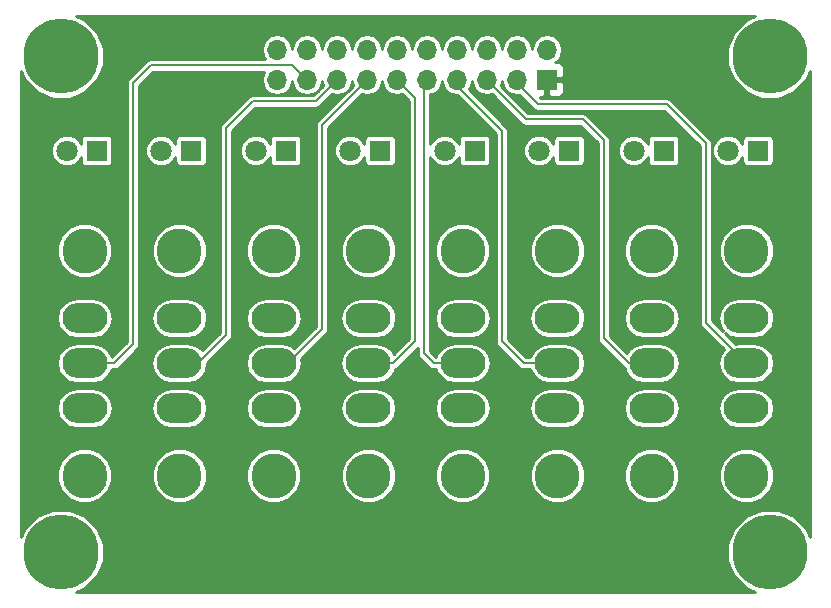
<source format=gbr>
G04 #@! TF.FileFunction,Copper,L1,Top,Signal*
%FSLAX46Y46*%
G04 Gerber Fmt 4.6, Leading zero omitted, Abs format (unit mm)*
G04 Created by KiCad (PCBNEW (after 2015-mar-04 BZR unknown)-product) date 5/3/2017 10:03:40 AM*
%MOMM*%
G01*
G04 APERTURE LIST*
%ADD10C,0.150000*%
%ADD11O,3.810000X2.540000*%
%ADD12C,3.810000*%
%ADD13R,1.800000X1.800000*%
%ADD14C,1.800000*%
%ADD15C,6.350000*%
%ADD16R,1.700000X1.700000*%
%ADD17O,1.700000X1.700000*%
%ADD18C,0.889000*%
%ADD19C,0.203200*%
%ADD20C,0.254000*%
G04 APERTURE END LIST*
D10*
D11*
X72000000Y-43810000D03*
X72000000Y-40000000D03*
X72000000Y-36190000D03*
D12*
X72000000Y-49525000D03*
X72000000Y-30475000D03*
D11*
X64000000Y-43810000D03*
X64000000Y-40000000D03*
X64000000Y-36190000D03*
D12*
X64000000Y-49525000D03*
X64000000Y-30475000D03*
D11*
X56000000Y-43810000D03*
X56000000Y-40000000D03*
X56000000Y-36190000D03*
D12*
X56000000Y-49525000D03*
X56000000Y-30475000D03*
D11*
X48000000Y-43810000D03*
X48000000Y-40000000D03*
X48000000Y-36190000D03*
D12*
X48000000Y-49525000D03*
X48000000Y-30475000D03*
D11*
X40000000Y-43810000D03*
X40000000Y-40000000D03*
X40000000Y-36190000D03*
D12*
X40000000Y-49525000D03*
X40000000Y-30475000D03*
D11*
X32000000Y-43810000D03*
X32000000Y-40000000D03*
X32000000Y-36190000D03*
D12*
X32000000Y-49525000D03*
X32000000Y-30475000D03*
D11*
X24000000Y-43810000D03*
X24000000Y-40000000D03*
X24000000Y-36190000D03*
D12*
X24000000Y-49525000D03*
X24000000Y-30475000D03*
D11*
X16000000Y-43810000D03*
X16000000Y-40000000D03*
X16000000Y-36190000D03*
D12*
X16000000Y-49525000D03*
X16000000Y-30475000D03*
D13*
X73000000Y-22000000D03*
D14*
X70460000Y-22000000D03*
D13*
X65000000Y-22000000D03*
D14*
X62460000Y-22000000D03*
D13*
X57000000Y-22000000D03*
D14*
X54460000Y-22000000D03*
D13*
X49000000Y-22000000D03*
D14*
X46460000Y-22000000D03*
D13*
X41000000Y-22000000D03*
D14*
X38460000Y-22000000D03*
D13*
X33000000Y-22000000D03*
D14*
X30460000Y-22000000D03*
D13*
X25000000Y-22000000D03*
D14*
X22460000Y-22000000D03*
D13*
X17000000Y-22000000D03*
D14*
X14460000Y-22000000D03*
D15*
X74000000Y-56000000D03*
D16*
X55118000Y-16002000D03*
D17*
X55118000Y-13462000D03*
X52578000Y-16002000D03*
X52578000Y-13462000D03*
X50038000Y-16002000D03*
X50038000Y-13462000D03*
X47498000Y-16002000D03*
X47498000Y-13462000D03*
X44958000Y-16002000D03*
X44958000Y-13462000D03*
X42418000Y-16002000D03*
X42418000Y-13462000D03*
X39878000Y-16002000D03*
X39878000Y-13462000D03*
X37338000Y-16002000D03*
X37338000Y-13462000D03*
X34798000Y-16002000D03*
X34798000Y-13462000D03*
X32258000Y-16002000D03*
X32258000Y-13462000D03*
D15*
X74000000Y-14000000D03*
X14000000Y-14000000D03*
X14000000Y-56000000D03*
D18*
X20000000Y-41000000D03*
X28000000Y-41000000D03*
X36000000Y-41000000D03*
X44000000Y-41000000D03*
X52000000Y-41000000D03*
X60000000Y-41000000D03*
X68000000Y-41000000D03*
X76000000Y-41000000D03*
D19*
X68580000Y-36580000D02*
X72000000Y-40000000D01*
X68580000Y-21400000D02*
X68580000Y-36580000D01*
X65278000Y-18098000D02*
X68580000Y-21400000D01*
X54356000Y-18098000D02*
X65278000Y-18098000D01*
X52578000Y-16320000D02*
X54356000Y-18098000D01*
X52578000Y-16066000D02*
X52578000Y-16320000D01*
X62034000Y-40000000D02*
X59944000Y-37910000D01*
X59944000Y-37910000D02*
X59944000Y-21146000D01*
X59944000Y-21146000D02*
X58166000Y-19368000D01*
X58166000Y-19368000D02*
X53340000Y-19368000D01*
X53340000Y-19368000D02*
X50038000Y-16066000D01*
X64000000Y-40000000D02*
X62034000Y-40000000D01*
X47498000Y-16574000D02*
X47498000Y-16066000D01*
X53144000Y-40000000D02*
X51308000Y-38164000D01*
X51308000Y-38164000D02*
X51308000Y-20384000D01*
X51308000Y-20384000D02*
X47498000Y-16574000D01*
X56000000Y-40000000D02*
X53144000Y-40000000D01*
X44704000Y-16320000D02*
X44958000Y-16066000D01*
X45524000Y-40000000D02*
X44704000Y-39180000D01*
X44704000Y-39180000D02*
X44704000Y-16320000D01*
X48000000Y-40000000D02*
X45524000Y-40000000D01*
X42106000Y-40000000D02*
X43942000Y-38164000D01*
X43942000Y-38164000D02*
X43942000Y-17590000D01*
X43942000Y-17590000D02*
X42418000Y-16066000D01*
X40000000Y-40000000D02*
X42106000Y-40000000D01*
X36068000Y-37148000D02*
X36068000Y-19876000D01*
X36068000Y-19876000D02*
X39878000Y-16066000D01*
X33216000Y-40000000D02*
X36068000Y-37148000D01*
X32000000Y-40000000D02*
X33216000Y-40000000D01*
X27940000Y-20130000D02*
X30226000Y-17844000D01*
X27940000Y-37656000D02*
X27940000Y-20130000D01*
X25596000Y-40000000D02*
X27940000Y-37656000D01*
X24000000Y-40000000D02*
X25596000Y-40000000D01*
X35560000Y-17844000D02*
X37338000Y-16066000D01*
X30226000Y-17844000D02*
X35560000Y-17844000D01*
X18484000Y-40000000D02*
X20066000Y-38418000D01*
X20066000Y-38418000D02*
X20066000Y-16320000D01*
X20066000Y-16320000D02*
X21590000Y-14796000D01*
X21590000Y-14796000D02*
X33528000Y-14796000D01*
X33528000Y-14796000D02*
X34798000Y-16066000D01*
X16000000Y-40000000D02*
X18484000Y-40000000D01*
D20*
G36*
X77377700Y-54729735D02*
X77059479Y-53959581D01*
X76045755Y-52944087D01*
X74720584Y-52393828D01*
X74382581Y-52393533D01*
X74382581Y-43810000D01*
X74382581Y-40000000D01*
X74253039Y-39348749D01*
X73884135Y-38796646D01*
X73332032Y-38427742D01*
X72680781Y-38298200D01*
X71319219Y-38298200D01*
X71096786Y-38342444D01*
X70211792Y-37457450D01*
X70667968Y-37762258D01*
X71319219Y-37891800D01*
X72680781Y-37891800D01*
X73332032Y-37762258D01*
X73884135Y-37393354D01*
X74253039Y-36841251D01*
X74382581Y-36190000D01*
X74340259Y-35977233D01*
X74340259Y-22900000D01*
X74340259Y-21100000D01*
X74308315Y-20935356D01*
X74213258Y-20790649D01*
X74069755Y-20693784D01*
X73900000Y-20659741D01*
X72100000Y-20659741D01*
X71935356Y-20691685D01*
X71790649Y-20786742D01*
X71693784Y-20930245D01*
X71659741Y-21100000D01*
X71659741Y-21416083D01*
X71589704Y-21246581D01*
X71215389Y-20871613D01*
X70726074Y-20668431D01*
X70196251Y-20667969D01*
X69706581Y-20870296D01*
X69331613Y-21244611D01*
X69128431Y-21733926D01*
X69127969Y-22263749D01*
X69330296Y-22753419D01*
X69704611Y-23128387D01*
X70193926Y-23331569D01*
X70723749Y-23332031D01*
X71213419Y-23129704D01*
X71588387Y-22755389D01*
X71659741Y-22583550D01*
X71659741Y-22900000D01*
X71691685Y-23064644D01*
X71786742Y-23209351D01*
X71930245Y-23306216D01*
X72100000Y-23340259D01*
X73900000Y-23340259D01*
X74064644Y-23308315D01*
X74209351Y-23213258D01*
X74306216Y-23069755D01*
X74340259Y-22900000D01*
X74340259Y-35977233D01*
X74337205Y-35961879D01*
X74337205Y-30012221D01*
X73982198Y-29153038D01*
X73325419Y-28495112D01*
X72466858Y-28138606D01*
X71537221Y-28137795D01*
X70678038Y-28492802D01*
X70020112Y-29149581D01*
X69663606Y-30008142D01*
X69662795Y-30937779D01*
X70017802Y-31796962D01*
X70674581Y-32454888D01*
X71533142Y-32811394D01*
X72462779Y-32812205D01*
X73321962Y-32457198D01*
X73979888Y-31800419D01*
X74336394Y-30941858D01*
X74337205Y-30012221D01*
X74337205Y-35961879D01*
X74253039Y-35538749D01*
X73884135Y-34986646D01*
X73332032Y-34617742D01*
X72680781Y-34488200D01*
X71319219Y-34488200D01*
X70667968Y-34617742D01*
X70115865Y-34986646D01*
X69746961Y-35538749D01*
X69617419Y-36190000D01*
X69746961Y-36841251D01*
X70051768Y-37297426D01*
X69113400Y-36359058D01*
X69113400Y-21400000D01*
X69072797Y-21195877D01*
X68957171Y-21022829D01*
X65655171Y-17720829D01*
X65482123Y-17605203D01*
X65278000Y-17564600D01*
X56603000Y-17564600D01*
X56603000Y-16978309D01*
X56603000Y-16287750D01*
X56444250Y-16129000D01*
X55245000Y-16129000D01*
X55245000Y-17328250D01*
X55403750Y-17487000D01*
X55841691Y-17487000D01*
X56094310Y-17487000D01*
X56327699Y-17390327D01*
X56506327Y-17211698D01*
X56603000Y-16978309D01*
X56603000Y-17564600D01*
X54576942Y-17564600D01*
X54499342Y-17487000D01*
X54832250Y-17487000D01*
X54991000Y-17328250D01*
X54991000Y-16129000D01*
X54971000Y-16129000D01*
X54971000Y-15875000D01*
X54991000Y-15875000D01*
X54991000Y-15855000D01*
X55245000Y-15855000D01*
X55245000Y-15875000D01*
X56444250Y-15875000D01*
X56603000Y-15716250D01*
X56603000Y-15025691D01*
X56506327Y-14792302D01*
X56327699Y-14613673D01*
X56094310Y-14517000D01*
X55841691Y-14517000D01*
X55839510Y-14517000D01*
X56024369Y-14393481D01*
X56302229Y-13977636D01*
X56399800Y-13487112D01*
X56399800Y-13436888D01*
X56302229Y-12946364D01*
X56024369Y-12530519D01*
X55608524Y-12252659D01*
X55118000Y-12155088D01*
X54627476Y-12252659D01*
X54211631Y-12530519D01*
X53933771Y-12946364D01*
X53848000Y-13377565D01*
X53762229Y-12946364D01*
X53484369Y-12530519D01*
X53068524Y-12252659D01*
X52578000Y-12155088D01*
X52087476Y-12252659D01*
X51671631Y-12530519D01*
X51393771Y-12946364D01*
X51308000Y-13377565D01*
X51222229Y-12946364D01*
X50944369Y-12530519D01*
X50528524Y-12252659D01*
X50038000Y-12155088D01*
X49547476Y-12252659D01*
X49131631Y-12530519D01*
X48853771Y-12946364D01*
X48768000Y-13377565D01*
X48682229Y-12946364D01*
X48404369Y-12530519D01*
X47988524Y-12252659D01*
X47498000Y-12155088D01*
X47007476Y-12252659D01*
X46591631Y-12530519D01*
X46313771Y-12946364D01*
X46228000Y-13377565D01*
X46142229Y-12946364D01*
X45864369Y-12530519D01*
X45448524Y-12252659D01*
X44958000Y-12155088D01*
X44467476Y-12252659D01*
X44051631Y-12530519D01*
X43773771Y-12946364D01*
X43688000Y-13377565D01*
X43602229Y-12946364D01*
X43324369Y-12530519D01*
X42908524Y-12252659D01*
X42418000Y-12155088D01*
X41927476Y-12252659D01*
X41511631Y-12530519D01*
X41233771Y-12946364D01*
X41148000Y-13377565D01*
X41062229Y-12946364D01*
X40784369Y-12530519D01*
X40368524Y-12252659D01*
X39878000Y-12155088D01*
X39387476Y-12252659D01*
X38971631Y-12530519D01*
X38693771Y-12946364D01*
X38608000Y-13377565D01*
X38522229Y-12946364D01*
X38244369Y-12530519D01*
X37828524Y-12252659D01*
X37338000Y-12155088D01*
X36847476Y-12252659D01*
X36431631Y-12530519D01*
X36153771Y-12946364D01*
X36068000Y-13377565D01*
X35982229Y-12946364D01*
X35704369Y-12530519D01*
X35288524Y-12252659D01*
X34798000Y-12155088D01*
X34307476Y-12252659D01*
X33891631Y-12530519D01*
X33613771Y-12946364D01*
X33528000Y-13377565D01*
X33442229Y-12946364D01*
X33164369Y-12530519D01*
X32748524Y-12252659D01*
X32258000Y-12155088D01*
X31767476Y-12252659D01*
X31351631Y-12530519D01*
X31073771Y-12946364D01*
X30976200Y-13436888D01*
X30976200Y-13487112D01*
X31073771Y-13977636D01*
X31264178Y-14262600D01*
X21590000Y-14262600D01*
X21385876Y-14303203D01*
X21316563Y-14349516D01*
X21212829Y-14418829D01*
X21212826Y-14418832D01*
X19688829Y-15942829D01*
X19573203Y-16115877D01*
X19532600Y-16320000D01*
X19532600Y-38197058D01*
X18382581Y-39347076D01*
X18382581Y-36190000D01*
X18340259Y-35977233D01*
X18340259Y-22900000D01*
X18340259Y-21100000D01*
X18308315Y-20935356D01*
X18213258Y-20790649D01*
X18069755Y-20693784D01*
X17900000Y-20659741D01*
X16100000Y-20659741D01*
X15935356Y-20691685D01*
X15790649Y-20786742D01*
X15693784Y-20930245D01*
X15659741Y-21100000D01*
X15659741Y-21416083D01*
X15589704Y-21246581D01*
X15215389Y-20871613D01*
X14726074Y-20668431D01*
X14196251Y-20667969D01*
X13706581Y-20870296D01*
X13331613Y-21244611D01*
X13128431Y-21733926D01*
X13127969Y-22263749D01*
X13330296Y-22753419D01*
X13704611Y-23128387D01*
X14193926Y-23331569D01*
X14723749Y-23332031D01*
X15213419Y-23129704D01*
X15588387Y-22755389D01*
X15659741Y-22583550D01*
X15659741Y-22900000D01*
X15691685Y-23064644D01*
X15786742Y-23209351D01*
X15930245Y-23306216D01*
X16100000Y-23340259D01*
X17900000Y-23340259D01*
X18064644Y-23308315D01*
X18209351Y-23213258D01*
X18306216Y-23069755D01*
X18340259Y-22900000D01*
X18340259Y-35977233D01*
X18337205Y-35961879D01*
X18337205Y-30012221D01*
X17982198Y-29153038D01*
X17325419Y-28495112D01*
X16466858Y-28138606D01*
X15537221Y-28137795D01*
X14678038Y-28492802D01*
X14020112Y-29149581D01*
X13663606Y-30008142D01*
X13662795Y-30937779D01*
X14017802Y-31796962D01*
X14674581Y-32454888D01*
X15533142Y-32811394D01*
X16462779Y-32812205D01*
X17321962Y-32457198D01*
X17979888Y-31800419D01*
X18336394Y-30941858D01*
X18337205Y-30012221D01*
X18337205Y-35961879D01*
X18253039Y-35538749D01*
X17884135Y-34986646D01*
X17332032Y-34617742D01*
X16680781Y-34488200D01*
X15319219Y-34488200D01*
X14667968Y-34617742D01*
X14115865Y-34986646D01*
X13746961Y-35538749D01*
X13617419Y-36190000D01*
X13746961Y-36841251D01*
X14115865Y-37393354D01*
X14667968Y-37762258D01*
X15319219Y-37891800D01*
X16680781Y-37891800D01*
X17332032Y-37762258D01*
X17884135Y-37393354D01*
X18253039Y-36841251D01*
X18382581Y-36190000D01*
X18382581Y-39347076D01*
X18274254Y-39455403D01*
X18253039Y-39348749D01*
X17884135Y-38796646D01*
X17332032Y-38427742D01*
X16680781Y-38298200D01*
X15319219Y-38298200D01*
X14667968Y-38427742D01*
X14115865Y-38796646D01*
X13746961Y-39348749D01*
X13617419Y-40000000D01*
X13746961Y-40651251D01*
X14115865Y-41203354D01*
X14667968Y-41572258D01*
X15319219Y-41701800D01*
X16680781Y-41701800D01*
X17332032Y-41572258D01*
X17884135Y-41203354D01*
X18253039Y-40651251D01*
X18276481Y-40533400D01*
X18484000Y-40533400D01*
X18688123Y-40492797D01*
X18861171Y-40377171D01*
X20443171Y-38795171D01*
X20558797Y-38622123D01*
X20599400Y-38418000D01*
X20599400Y-16540941D01*
X21810941Y-15329400D01*
X31178651Y-15329400D01*
X31073771Y-15486364D01*
X30976200Y-15976888D01*
X30976200Y-16027112D01*
X31073771Y-16517636D01*
X31351631Y-16933481D01*
X31767476Y-17211341D01*
X32258000Y-17308912D01*
X32748524Y-17211341D01*
X33164369Y-16933481D01*
X33442229Y-16517636D01*
X33528000Y-16086434D01*
X33613771Y-16517636D01*
X33891631Y-16933481D01*
X34307476Y-17211341D01*
X34798000Y-17308912D01*
X35288524Y-17211341D01*
X35704369Y-16933481D01*
X35982229Y-16517636D01*
X36068000Y-16086434D01*
X36150162Y-16499495D01*
X35339058Y-17310600D01*
X30226000Y-17310600D01*
X30021877Y-17351203D01*
X29848829Y-17466829D01*
X27562829Y-19752829D01*
X27447203Y-19925877D01*
X27406600Y-20130000D01*
X27406600Y-37435058D01*
X26382581Y-38459076D01*
X26382581Y-36190000D01*
X26340259Y-35977233D01*
X26340259Y-22900000D01*
X26340259Y-21100000D01*
X26308315Y-20935356D01*
X26213258Y-20790649D01*
X26069755Y-20693784D01*
X25900000Y-20659741D01*
X24100000Y-20659741D01*
X23935356Y-20691685D01*
X23790649Y-20786742D01*
X23693784Y-20930245D01*
X23659741Y-21100000D01*
X23659741Y-21416083D01*
X23589704Y-21246581D01*
X23215389Y-20871613D01*
X22726074Y-20668431D01*
X22196251Y-20667969D01*
X21706581Y-20870296D01*
X21331613Y-21244611D01*
X21128431Y-21733926D01*
X21127969Y-22263749D01*
X21330296Y-22753419D01*
X21704611Y-23128387D01*
X22193926Y-23331569D01*
X22723749Y-23332031D01*
X23213419Y-23129704D01*
X23588387Y-22755389D01*
X23659741Y-22583550D01*
X23659741Y-22900000D01*
X23691685Y-23064644D01*
X23786742Y-23209351D01*
X23930245Y-23306216D01*
X24100000Y-23340259D01*
X25900000Y-23340259D01*
X26064644Y-23308315D01*
X26209351Y-23213258D01*
X26306216Y-23069755D01*
X26340259Y-22900000D01*
X26340259Y-35977233D01*
X26337205Y-35961879D01*
X26337205Y-30012221D01*
X25982198Y-29153038D01*
X25325419Y-28495112D01*
X24466858Y-28138606D01*
X23537221Y-28137795D01*
X22678038Y-28492802D01*
X22020112Y-29149581D01*
X21663606Y-30008142D01*
X21662795Y-30937779D01*
X22017802Y-31796962D01*
X22674581Y-32454888D01*
X23533142Y-32811394D01*
X24462779Y-32812205D01*
X25321962Y-32457198D01*
X25979888Y-31800419D01*
X26336394Y-30941858D01*
X26337205Y-30012221D01*
X26337205Y-35961879D01*
X26253039Y-35538749D01*
X25884135Y-34986646D01*
X25332032Y-34617742D01*
X24680781Y-34488200D01*
X23319219Y-34488200D01*
X22667968Y-34617742D01*
X22115865Y-34986646D01*
X21746961Y-35538749D01*
X21617419Y-36190000D01*
X21746961Y-36841251D01*
X22115865Y-37393354D01*
X22667968Y-37762258D01*
X23319219Y-37891800D01*
X24680781Y-37891800D01*
X25332032Y-37762258D01*
X25884135Y-37393354D01*
X26253039Y-36841251D01*
X26382581Y-36190000D01*
X26382581Y-38459076D01*
X25948573Y-38893084D01*
X25884135Y-38796646D01*
X25332032Y-38427742D01*
X24680781Y-38298200D01*
X23319219Y-38298200D01*
X22667968Y-38427742D01*
X22115865Y-38796646D01*
X21746961Y-39348749D01*
X21617419Y-40000000D01*
X21746961Y-40651251D01*
X22115865Y-41203354D01*
X22667968Y-41572258D01*
X23319219Y-41701800D01*
X24680781Y-41701800D01*
X25332032Y-41572258D01*
X25884135Y-41203354D01*
X26253039Y-40651251D01*
X26382581Y-40000000D01*
X26377232Y-39973109D01*
X28317167Y-38033173D01*
X28317171Y-38033171D01*
X28317171Y-38033170D01*
X28432797Y-37860123D01*
X28473400Y-37656000D01*
X28473401Y-37656000D01*
X28473400Y-37655994D01*
X28473400Y-20350942D01*
X30446942Y-18377400D01*
X35560000Y-18377400D01*
X35764123Y-18336797D01*
X35937171Y-18221171D01*
X36930488Y-17227853D01*
X37338000Y-17308912D01*
X37828524Y-17211341D01*
X38244369Y-16933481D01*
X38522229Y-16517636D01*
X38608000Y-16086434D01*
X38690162Y-16499495D01*
X35690829Y-19498829D01*
X35575203Y-19671877D01*
X35534600Y-19876000D01*
X35534600Y-36927058D01*
X34382581Y-38079076D01*
X34382581Y-36190000D01*
X34340259Y-35977233D01*
X34340259Y-22900000D01*
X34340259Y-21100000D01*
X34308315Y-20935356D01*
X34213258Y-20790649D01*
X34069755Y-20693784D01*
X33900000Y-20659741D01*
X32100000Y-20659741D01*
X31935356Y-20691685D01*
X31790649Y-20786742D01*
X31693784Y-20930245D01*
X31659741Y-21100000D01*
X31659741Y-21416083D01*
X31589704Y-21246581D01*
X31215389Y-20871613D01*
X30726074Y-20668431D01*
X30196251Y-20667969D01*
X29706581Y-20870296D01*
X29331613Y-21244611D01*
X29128431Y-21733926D01*
X29127969Y-22263749D01*
X29330296Y-22753419D01*
X29704611Y-23128387D01*
X30193926Y-23331569D01*
X30723749Y-23332031D01*
X31213419Y-23129704D01*
X31588387Y-22755389D01*
X31659741Y-22583550D01*
X31659741Y-22900000D01*
X31691685Y-23064644D01*
X31786742Y-23209351D01*
X31930245Y-23306216D01*
X32100000Y-23340259D01*
X33900000Y-23340259D01*
X34064644Y-23308315D01*
X34209351Y-23213258D01*
X34306216Y-23069755D01*
X34340259Y-22900000D01*
X34340259Y-35977233D01*
X34337205Y-35961879D01*
X34337205Y-30012221D01*
X33982198Y-29153038D01*
X33325419Y-28495112D01*
X32466858Y-28138606D01*
X31537221Y-28137795D01*
X30678038Y-28492802D01*
X30020112Y-29149581D01*
X29663606Y-30008142D01*
X29662795Y-30937779D01*
X30017802Y-31796962D01*
X30674581Y-32454888D01*
X31533142Y-32811394D01*
X32462779Y-32812205D01*
X33321962Y-32457198D01*
X33979888Y-31800419D01*
X34336394Y-30941858D01*
X34337205Y-30012221D01*
X34337205Y-35961879D01*
X34253039Y-35538749D01*
X33884135Y-34986646D01*
X33332032Y-34617742D01*
X32680781Y-34488200D01*
X31319219Y-34488200D01*
X30667968Y-34617742D01*
X30115865Y-34986646D01*
X29746961Y-35538749D01*
X29617419Y-36190000D01*
X29746961Y-36841251D01*
X30115865Y-37393354D01*
X30667968Y-37762258D01*
X31319219Y-37891800D01*
X32680781Y-37891800D01*
X33332032Y-37762258D01*
X33884135Y-37393354D01*
X34253039Y-36841251D01*
X34382581Y-36190000D01*
X34382581Y-38079076D01*
X33752780Y-38708877D01*
X33332032Y-38427742D01*
X32680781Y-38298200D01*
X31319219Y-38298200D01*
X30667968Y-38427742D01*
X30115865Y-38796646D01*
X29746961Y-39348749D01*
X29617419Y-40000000D01*
X29746961Y-40651251D01*
X30115865Y-41203354D01*
X30667968Y-41572258D01*
X31319219Y-41701800D01*
X32680781Y-41701800D01*
X33332032Y-41572258D01*
X33884135Y-41203354D01*
X34253039Y-40651251D01*
X34382581Y-40000000D01*
X34314186Y-39656155D01*
X36445171Y-37525171D01*
X36560797Y-37352123D01*
X36601400Y-37148000D01*
X36601400Y-20096942D01*
X39470488Y-17227853D01*
X39878000Y-17308912D01*
X40368524Y-17211341D01*
X40784369Y-16933481D01*
X41062229Y-16517636D01*
X41148000Y-16086434D01*
X41233771Y-16517636D01*
X41511631Y-16933481D01*
X41927476Y-17211341D01*
X42418000Y-17308912D01*
X42825511Y-17227853D01*
X43408600Y-17810941D01*
X43408600Y-37943058D01*
X42382581Y-38969076D01*
X42382581Y-36190000D01*
X42340259Y-35977233D01*
X42340259Y-22900000D01*
X42340259Y-21100000D01*
X42308315Y-20935356D01*
X42213258Y-20790649D01*
X42069755Y-20693784D01*
X41900000Y-20659741D01*
X40100000Y-20659741D01*
X39935356Y-20691685D01*
X39790649Y-20786742D01*
X39693784Y-20930245D01*
X39659741Y-21100000D01*
X39659741Y-21416083D01*
X39589704Y-21246581D01*
X39215389Y-20871613D01*
X38726074Y-20668431D01*
X38196251Y-20667969D01*
X37706581Y-20870296D01*
X37331613Y-21244611D01*
X37128431Y-21733926D01*
X37127969Y-22263749D01*
X37330296Y-22753419D01*
X37704611Y-23128387D01*
X38193926Y-23331569D01*
X38723749Y-23332031D01*
X39213419Y-23129704D01*
X39588387Y-22755389D01*
X39659741Y-22583550D01*
X39659741Y-22900000D01*
X39691685Y-23064644D01*
X39786742Y-23209351D01*
X39930245Y-23306216D01*
X40100000Y-23340259D01*
X41900000Y-23340259D01*
X42064644Y-23308315D01*
X42209351Y-23213258D01*
X42306216Y-23069755D01*
X42340259Y-22900000D01*
X42340259Y-35977233D01*
X42337205Y-35961879D01*
X42337205Y-30012221D01*
X41982198Y-29153038D01*
X41325419Y-28495112D01*
X40466858Y-28138606D01*
X39537221Y-28137795D01*
X38678038Y-28492802D01*
X38020112Y-29149581D01*
X37663606Y-30008142D01*
X37662795Y-30937779D01*
X38017802Y-31796962D01*
X38674581Y-32454888D01*
X39533142Y-32811394D01*
X40462779Y-32812205D01*
X41321962Y-32457198D01*
X41979888Y-31800419D01*
X42336394Y-30941858D01*
X42337205Y-30012221D01*
X42337205Y-35961879D01*
X42253039Y-35538749D01*
X41884135Y-34986646D01*
X41332032Y-34617742D01*
X40680781Y-34488200D01*
X39319219Y-34488200D01*
X38667968Y-34617742D01*
X38115865Y-34986646D01*
X37746961Y-35538749D01*
X37617419Y-36190000D01*
X37746961Y-36841251D01*
X38115865Y-37393354D01*
X38667968Y-37762258D01*
X39319219Y-37891800D01*
X40680781Y-37891800D01*
X41332032Y-37762258D01*
X41884135Y-37393354D01*
X42253039Y-36841251D01*
X42382581Y-36190000D01*
X42382581Y-38969076D01*
X42152850Y-39198807D01*
X41884135Y-38796646D01*
X41332032Y-38427742D01*
X40680781Y-38298200D01*
X39319219Y-38298200D01*
X38667968Y-38427742D01*
X38115865Y-38796646D01*
X37746961Y-39348749D01*
X37617419Y-40000000D01*
X37746961Y-40651251D01*
X38115865Y-41203354D01*
X38667968Y-41572258D01*
X39319219Y-41701800D01*
X40680781Y-41701800D01*
X41332032Y-41572258D01*
X41884135Y-41203354D01*
X42253039Y-40651251D01*
X42283504Y-40498091D01*
X42310123Y-40492797D01*
X42483171Y-40377171D01*
X44170600Y-38689742D01*
X44170600Y-39180000D01*
X44211203Y-39384123D01*
X44326829Y-39557171D01*
X45146829Y-40377171D01*
X45319877Y-40492797D01*
X45524000Y-40533400D01*
X45723518Y-40533400D01*
X45746961Y-40651251D01*
X46115865Y-41203354D01*
X46667968Y-41572258D01*
X47319219Y-41701800D01*
X48680781Y-41701800D01*
X49332032Y-41572258D01*
X49884135Y-41203354D01*
X50253039Y-40651251D01*
X50382581Y-40000000D01*
X50382581Y-36190000D01*
X50337205Y-35961879D01*
X50337205Y-30012221D01*
X49982198Y-29153038D01*
X49325419Y-28495112D01*
X48466858Y-28138606D01*
X47537221Y-28137795D01*
X46678038Y-28492802D01*
X46020112Y-29149581D01*
X45663606Y-30008142D01*
X45662795Y-30937779D01*
X46017802Y-31796962D01*
X46674581Y-32454888D01*
X47533142Y-32811394D01*
X48462779Y-32812205D01*
X49321962Y-32457198D01*
X49979888Y-31800419D01*
X50336394Y-30941858D01*
X50337205Y-30012221D01*
X50337205Y-35961879D01*
X50253039Y-35538749D01*
X49884135Y-34986646D01*
X49332032Y-34617742D01*
X48680781Y-34488200D01*
X47319219Y-34488200D01*
X46667968Y-34617742D01*
X46115865Y-34986646D01*
X45746961Y-35538749D01*
X45617419Y-36190000D01*
X45746961Y-36841251D01*
X46115865Y-37393354D01*
X46667968Y-37762258D01*
X47319219Y-37891800D01*
X48680781Y-37891800D01*
X49332032Y-37762258D01*
X49884135Y-37393354D01*
X50253039Y-36841251D01*
X50382581Y-36190000D01*
X50382581Y-40000000D01*
X50253039Y-39348749D01*
X49884135Y-38796646D01*
X49332032Y-38427742D01*
X48680781Y-38298200D01*
X47319219Y-38298200D01*
X46667968Y-38427742D01*
X46115865Y-38796646D01*
X45746961Y-39348749D01*
X45727073Y-39448731D01*
X45237400Y-38959058D01*
X45237400Y-22528592D01*
X45330296Y-22753419D01*
X45704611Y-23128387D01*
X46193926Y-23331569D01*
X46723749Y-23332031D01*
X47213419Y-23129704D01*
X47588387Y-22755389D01*
X47659741Y-22583550D01*
X47659741Y-22900000D01*
X47691685Y-23064644D01*
X47786742Y-23209351D01*
X47930245Y-23306216D01*
X48100000Y-23340259D01*
X49900000Y-23340259D01*
X50064644Y-23308315D01*
X50209351Y-23213258D01*
X50306216Y-23069755D01*
X50340259Y-22900000D01*
X50340259Y-21100000D01*
X50308315Y-20935356D01*
X50213258Y-20790649D01*
X50069755Y-20693784D01*
X49900000Y-20659741D01*
X48100000Y-20659741D01*
X47935356Y-20691685D01*
X47790649Y-20786742D01*
X47693784Y-20930245D01*
X47659741Y-21100000D01*
X47659741Y-21416083D01*
X47589704Y-21246581D01*
X47215389Y-20871613D01*
X46726074Y-20668431D01*
X46196251Y-20667969D01*
X45706581Y-20870296D01*
X45331613Y-21244611D01*
X45237400Y-21471500D01*
X45237400Y-17253336D01*
X45448524Y-17211341D01*
X45864369Y-16933481D01*
X46142229Y-16517636D01*
X46228000Y-16086434D01*
X46313771Y-16517636D01*
X46591631Y-16933481D01*
X47007476Y-17211341D01*
X47473745Y-17304087D01*
X50774600Y-20604942D01*
X50774600Y-38164000D01*
X50815203Y-38368123D01*
X50930829Y-38541171D01*
X52766829Y-40377171D01*
X52939877Y-40492797D01*
X53144000Y-40533400D01*
X53723518Y-40533400D01*
X53746961Y-40651251D01*
X54115865Y-41203354D01*
X54667968Y-41572258D01*
X55319219Y-41701800D01*
X56680781Y-41701800D01*
X57332032Y-41572258D01*
X57884135Y-41203354D01*
X58253039Y-40651251D01*
X58382581Y-40000000D01*
X58382581Y-36190000D01*
X58340259Y-35977233D01*
X58340259Y-22900000D01*
X58340259Y-21100000D01*
X58308315Y-20935356D01*
X58213258Y-20790649D01*
X58069755Y-20693784D01*
X57900000Y-20659741D01*
X56100000Y-20659741D01*
X55935356Y-20691685D01*
X55790649Y-20786742D01*
X55693784Y-20930245D01*
X55659741Y-21100000D01*
X55659741Y-21416083D01*
X55589704Y-21246581D01*
X55215389Y-20871613D01*
X54726074Y-20668431D01*
X54196251Y-20667969D01*
X53706581Y-20870296D01*
X53331613Y-21244611D01*
X53128431Y-21733926D01*
X53127969Y-22263749D01*
X53330296Y-22753419D01*
X53704611Y-23128387D01*
X54193926Y-23331569D01*
X54723749Y-23332031D01*
X55213419Y-23129704D01*
X55588387Y-22755389D01*
X55659741Y-22583550D01*
X55659741Y-22900000D01*
X55691685Y-23064644D01*
X55786742Y-23209351D01*
X55930245Y-23306216D01*
X56100000Y-23340259D01*
X57900000Y-23340259D01*
X58064644Y-23308315D01*
X58209351Y-23213258D01*
X58306216Y-23069755D01*
X58340259Y-22900000D01*
X58340259Y-35977233D01*
X58337205Y-35961879D01*
X58337205Y-30012221D01*
X57982198Y-29153038D01*
X57325419Y-28495112D01*
X56466858Y-28138606D01*
X55537221Y-28137795D01*
X54678038Y-28492802D01*
X54020112Y-29149581D01*
X53663606Y-30008142D01*
X53662795Y-30937779D01*
X54017802Y-31796962D01*
X54674581Y-32454888D01*
X55533142Y-32811394D01*
X56462779Y-32812205D01*
X57321962Y-32457198D01*
X57979888Y-31800419D01*
X58336394Y-30941858D01*
X58337205Y-30012221D01*
X58337205Y-35961879D01*
X58253039Y-35538749D01*
X57884135Y-34986646D01*
X57332032Y-34617742D01*
X56680781Y-34488200D01*
X55319219Y-34488200D01*
X54667968Y-34617742D01*
X54115865Y-34986646D01*
X53746961Y-35538749D01*
X53617419Y-36190000D01*
X53746961Y-36841251D01*
X54115865Y-37393354D01*
X54667968Y-37762258D01*
X55319219Y-37891800D01*
X56680781Y-37891800D01*
X57332032Y-37762258D01*
X57884135Y-37393354D01*
X58253039Y-36841251D01*
X58382581Y-36190000D01*
X58382581Y-40000000D01*
X58253039Y-39348749D01*
X57884135Y-38796646D01*
X57332032Y-38427742D01*
X56680781Y-38298200D01*
X55319219Y-38298200D01*
X54667968Y-38427742D01*
X54115865Y-38796646D01*
X53746961Y-39348749D01*
X53723518Y-39466600D01*
X53364942Y-39466600D01*
X51841400Y-37943058D01*
X51841400Y-20384005D01*
X51841400Y-20384000D01*
X51841401Y-20384000D01*
X51800797Y-20179877D01*
X51685171Y-20006829D01*
X48487463Y-16809121D01*
X48682229Y-16517636D01*
X48768000Y-16086434D01*
X48853771Y-16517636D01*
X49131631Y-16933481D01*
X49547476Y-17211341D01*
X50038000Y-17308912D01*
X50445511Y-17227853D01*
X52962829Y-19745171D01*
X53135877Y-19860797D01*
X53340000Y-19901400D01*
X57945058Y-19901400D01*
X59410600Y-21366942D01*
X59410600Y-37910000D01*
X59451203Y-38114123D01*
X59566829Y-38287171D01*
X61656829Y-40377171D01*
X61697901Y-40404614D01*
X61697902Y-40404615D01*
X61746961Y-40651251D01*
X62115865Y-41203354D01*
X62667968Y-41572258D01*
X63319219Y-41701800D01*
X64680781Y-41701800D01*
X65332032Y-41572258D01*
X65884135Y-41203354D01*
X66253039Y-40651251D01*
X66382581Y-40000000D01*
X66382581Y-36190000D01*
X66340259Y-35977233D01*
X66340259Y-22900000D01*
X66340259Y-21100000D01*
X66308315Y-20935356D01*
X66213258Y-20790649D01*
X66069755Y-20693784D01*
X65900000Y-20659741D01*
X64100000Y-20659741D01*
X63935356Y-20691685D01*
X63790649Y-20786742D01*
X63693784Y-20930245D01*
X63659741Y-21100000D01*
X63659741Y-21416083D01*
X63589704Y-21246581D01*
X63215389Y-20871613D01*
X62726074Y-20668431D01*
X62196251Y-20667969D01*
X61706581Y-20870296D01*
X61331613Y-21244611D01*
X61128431Y-21733926D01*
X61127969Y-22263749D01*
X61330296Y-22753419D01*
X61704611Y-23128387D01*
X62193926Y-23331569D01*
X62723749Y-23332031D01*
X63213419Y-23129704D01*
X63588387Y-22755389D01*
X63659741Y-22583550D01*
X63659741Y-22900000D01*
X63691685Y-23064644D01*
X63786742Y-23209351D01*
X63930245Y-23306216D01*
X64100000Y-23340259D01*
X65900000Y-23340259D01*
X66064644Y-23308315D01*
X66209351Y-23213258D01*
X66306216Y-23069755D01*
X66340259Y-22900000D01*
X66340259Y-35977233D01*
X66337205Y-35961879D01*
X66337205Y-30012221D01*
X65982198Y-29153038D01*
X65325419Y-28495112D01*
X64466858Y-28138606D01*
X63537221Y-28137795D01*
X62678038Y-28492802D01*
X62020112Y-29149581D01*
X61663606Y-30008142D01*
X61662795Y-30937779D01*
X62017802Y-31796962D01*
X62674581Y-32454888D01*
X63533142Y-32811394D01*
X64462779Y-32812205D01*
X65321962Y-32457198D01*
X65979888Y-31800419D01*
X66336394Y-30941858D01*
X66337205Y-30012221D01*
X66337205Y-35961879D01*
X66253039Y-35538749D01*
X65884135Y-34986646D01*
X65332032Y-34617742D01*
X64680781Y-34488200D01*
X63319219Y-34488200D01*
X62667968Y-34617742D01*
X62115865Y-34986646D01*
X61746961Y-35538749D01*
X61617419Y-36190000D01*
X61746961Y-36841251D01*
X62115865Y-37393354D01*
X62667968Y-37762258D01*
X63319219Y-37891800D01*
X64680781Y-37891800D01*
X65332032Y-37762258D01*
X65884135Y-37393354D01*
X66253039Y-36841251D01*
X66382581Y-36190000D01*
X66382581Y-40000000D01*
X66253039Y-39348749D01*
X65884135Y-38796646D01*
X65332032Y-38427742D01*
X64680781Y-38298200D01*
X63319219Y-38298200D01*
X62667968Y-38427742D01*
X62115865Y-38796646D01*
X61903225Y-39114883D01*
X60477400Y-37689058D01*
X60477400Y-21146005D01*
X60477400Y-21146000D01*
X60477401Y-21146000D01*
X60436797Y-20941877D01*
X60321171Y-20768829D01*
X58543171Y-18990829D01*
X58370123Y-18875203D01*
X58166000Y-18834600D01*
X53560942Y-18834600D01*
X51225837Y-16499495D01*
X51308000Y-16086434D01*
X51393771Y-16517636D01*
X51671631Y-16933481D01*
X52087476Y-17211341D01*
X52578000Y-17308912D01*
X52773652Y-17269994D01*
X53978829Y-18475171D01*
X54151877Y-18590797D01*
X54356000Y-18631401D01*
X54356000Y-18631400D01*
X54356005Y-18631400D01*
X65057058Y-18631400D01*
X68046600Y-21620942D01*
X68046600Y-36580000D01*
X68087203Y-36784123D01*
X68202829Y-36957171D01*
X70086400Y-38840742D01*
X69746961Y-39348749D01*
X69617419Y-40000000D01*
X69746961Y-40651251D01*
X70115865Y-41203354D01*
X70667968Y-41572258D01*
X71319219Y-41701800D01*
X72680781Y-41701800D01*
X73332032Y-41572258D01*
X73884135Y-41203354D01*
X74253039Y-40651251D01*
X74382581Y-40000000D01*
X74382581Y-43810000D01*
X74253039Y-43158749D01*
X73884135Y-42606646D01*
X73332032Y-42237742D01*
X72680781Y-42108200D01*
X71319219Y-42108200D01*
X70667968Y-42237742D01*
X70115865Y-42606646D01*
X69746961Y-43158749D01*
X69617419Y-43810000D01*
X69746961Y-44461251D01*
X70115865Y-45013354D01*
X70667968Y-45382258D01*
X71319219Y-45511800D01*
X72680781Y-45511800D01*
X73332032Y-45382258D01*
X73884135Y-45013354D01*
X74253039Y-44461251D01*
X74382581Y-43810000D01*
X74382581Y-52393533D01*
X74337205Y-52393493D01*
X74337205Y-49062221D01*
X73982198Y-48203038D01*
X73325419Y-47545112D01*
X72466858Y-47188606D01*
X71537221Y-47187795D01*
X70678038Y-47542802D01*
X70020112Y-48199581D01*
X69663606Y-49058142D01*
X69662795Y-49987779D01*
X70017802Y-50846962D01*
X70674581Y-51504888D01*
X71533142Y-51861394D01*
X72462779Y-51862205D01*
X73321962Y-51507198D01*
X73979888Y-50850419D01*
X74336394Y-49991858D01*
X74337205Y-49062221D01*
X74337205Y-52393493D01*
X73285711Y-52392576D01*
X71959581Y-52940521D01*
X70944087Y-53954245D01*
X70393828Y-55279416D01*
X70392576Y-56714289D01*
X70940521Y-58040419D01*
X71954245Y-59055913D01*
X72729194Y-59377700D01*
X66382581Y-59377700D01*
X66382581Y-43810000D01*
X66253039Y-43158749D01*
X65884135Y-42606646D01*
X65332032Y-42237742D01*
X64680781Y-42108200D01*
X63319219Y-42108200D01*
X62667968Y-42237742D01*
X62115865Y-42606646D01*
X61746961Y-43158749D01*
X61617419Y-43810000D01*
X61746961Y-44461251D01*
X62115865Y-45013354D01*
X62667968Y-45382258D01*
X63319219Y-45511800D01*
X64680781Y-45511800D01*
X65332032Y-45382258D01*
X65884135Y-45013354D01*
X66253039Y-44461251D01*
X66382581Y-43810000D01*
X66382581Y-59377700D01*
X66337205Y-59377700D01*
X66337205Y-49062221D01*
X65982198Y-48203038D01*
X65325419Y-47545112D01*
X64466858Y-47188606D01*
X63537221Y-47187795D01*
X62678038Y-47542802D01*
X62020112Y-48199581D01*
X61663606Y-49058142D01*
X61662795Y-49987779D01*
X62017802Y-50846962D01*
X62674581Y-51504888D01*
X63533142Y-51861394D01*
X64462779Y-51862205D01*
X65321962Y-51507198D01*
X65979888Y-50850419D01*
X66336394Y-49991858D01*
X66337205Y-49062221D01*
X66337205Y-59377700D01*
X58382581Y-59377700D01*
X58382581Y-43810000D01*
X58253039Y-43158749D01*
X57884135Y-42606646D01*
X57332032Y-42237742D01*
X56680781Y-42108200D01*
X55319219Y-42108200D01*
X54667968Y-42237742D01*
X54115865Y-42606646D01*
X53746961Y-43158749D01*
X53617419Y-43810000D01*
X53746961Y-44461251D01*
X54115865Y-45013354D01*
X54667968Y-45382258D01*
X55319219Y-45511800D01*
X56680781Y-45511800D01*
X57332032Y-45382258D01*
X57884135Y-45013354D01*
X58253039Y-44461251D01*
X58382581Y-43810000D01*
X58382581Y-59377700D01*
X58337205Y-59377700D01*
X58337205Y-49062221D01*
X57982198Y-48203038D01*
X57325419Y-47545112D01*
X56466858Y-47188606D01*
X55537221Y-47187795D01*
X54678038Y-47542802D01*
X54020112Y-48199581D01*
X53663606Y-49058142D01*
X53662795Y-49987779D01*
X54017802Y-50846962D01*
X54674581Y-51504888D01*
X55533142Y-51861394D01*
X56462779Y-51862205D01*
X57321962Y-51507198D01*
X57979888Y-50850419D01*
X58336394Y-49991858D01*
X58337205Y-49062221D01*
X58337205Y-59377700D01*
X50382581Y-59377700D01*
X50382581Y-43810000D01*
X50253039Y-43158749D01*
X49884135Y-42606646D01*
X49332032Y-42237742D01*
X48680781Y-42108200D01*
X47319219Y-42108200D01*
X46667968Y-42237742D01*
X46115865Y-42606646D01*
X45746961Y-43158749D01*
X45617419Y-43810000D01*
X45746961Y-44461251D01*
X46115865Y-45013354D01*
X46667968Y-45382258D01*
X47319219Y-45511800D01*
X48680781Y-45511800D01*
X49332032Y-45382258D01*
X49884135Y-45013354D01*
X50253039Y-44461251D01*
X50382581Y-43810000D01*
X50382581Y-59377700D01*
X50337205Y-59377700D01*
X50337205Y-49062221D01*
X49982198Y-48203038D01*
X49325419Y-47545112D01*
X48466858Y-47188606D01*
X47537221Y-47187795D01*
X46678038Y-47542802D01*
X46020112Y-48199581D01*
X45663606Y-49058142D01*
X45662795Y-49987779D01*
X46017802Y-50846962D01*
X46674581Y-51504888D01*
X47533142Y-51861394D01*
X48462779Y-51862205D01*
X49321962Y-51507198D01*
X49979888Y-50850419D01*
X50336394Y-49991858D01*
X50337205Y-49062221D01*
X50337205Y-59377700D01*
X42382581Y-59377700D01*
X42382581Y-43810000D01*
X42253039Y-43158749D01*
X41884135Y-42606646D01*
X41332032Y-42237742D01*
X40680781Y-42108200D01*
X39319219Y-42108200D01*
X38667968Y-42237742D01*
X38115865Y-42606646D01*
X37746961Y-43158749D01*
X37617419Y-43810000D01*
X37746961Y-44461251D01*
X38115865Y-45013354D01*
X38667968Y-45382258D01*
X39319219Y-45511800D01*
X40680781Y-45511800D01*
X41332032Y-45382258D01*
X41884135Y-45013354D01*
X42253039Y-44461251D01*
X42382581Y-43810000D01*
X42382581Y-59377700D01*
X42337205Y-59377700D01*
X42337205Y-49062221D01*
X41982198Y-48203038D01*
X41325419Y-47545112D01*
X40466858Y-47188606D01*
X39537221Y-47187795D01*
X38678038Y-47542802D01*
X38020112Y-48199581D01*
X37663606Y-49058142D01*
X37662795Y-49987779D01*
X38017802Y-50846962D01*
X38674581Y-51504888D01*
X39533142Y-51861394D01*
X40462779Y-51862205D01*
X41321962Y-51507198D01*
X41979888Y-50850419D01*
X42336394Y-49991858D01*
X42337205Y-49062221D01*
X42337205Y-59377700D01*
X34382581Y-59377700D01*
X34382581Y-43810000D01*
X34253039Y-43158749D01*
X33884135Y-42606646D01*
X33332032Y-42237742D01*
X32680781Y-42108200D01*
X31319219Y-42108200D01*
X30667968Y-42237742D01*
X30115865Y-42606646D01*
X29746961Y-43158749D01*
X29617419Y-43810000D01*
X29746961Y-44461251D01*
X30115865Y-45013354D01*
X30667968Y-45382258D01*
X31319219Y-45511800D01*
X32680781Y-45511800D01*
X33332032Y-45382258D01*
X33884135Y-45013354D01*
X34253039Y-44461251D01*
X34382581Y-43810000D01*
X34382581Y-59377700D01*
X34337205Y-59377700D01*
X34337205Y-49062221D01*
X33982198Y-48203038D01*
X33325419Y-47545112D01*
X32466858Y-47188606D01*
X31537221Y-47187795D01*
X30678038Y-47542802D01*
X30020112Y-48199581D01*
X29663606Y-49058142D01*
X29662795Y-49987779D01*
X30017802Y-50846962D01*
X30674581Y-51504888D01*
X31533142Y-51861394D01*
X32462779Y-51862205D01*
X33321962Y-51507198D01*
X33979888Y-50850419D01*
X34336394Y-49991858D01*
X34337205Y-49062221D01*
X34337205Y-59377700D01*
X26382581Y-59377700D01*
X26382581Y-43810000D01*
X26253039Y-43158749D01*
X25884135Y-42606646D01*
X25332032Y-42237742D01*
X24680781Y-42108200D01*
X23319219Y-42108200D01*
X22667968Y-42237742D01*
X22115865Y-42606646D01*
X21746961Y-43158749D01*
X21617419Y-43810000D01*
X21746961Y-44461251D01*
X22115865Y-45013354D01*
X22667968Y-45382258D01*
X23319219Y-45511800D01*
X24680781Y-45511800D01*
X25332032Y-45382258D01*
X25884135Y-45013354D01*
X26253039Y-44461251D01*
X26382581Y-43810000D01*
X26382581Y-59377700D01*
X26337205Y-59377700D01*
X26337205Y-49062221D01*
X25982198Y-48203038D01*
X25325419Y-47545112D01*
X24466858Y-47188606D01*
X23537221Y-47187795D01*
X22678038Y-47542802D01*
X22020112Y-48199581D01*
X21663606Y-49058142D01*
X21662795Y-49987779D01*
X22017802Y-50846962D01*
X22674581Y-51504888D01*
X23533142Y-51861394D01*
X24462779Y-51862205D01*
X25321962Y-51507198D01*
X25979888Y-50850419D01*
X26336394Y-49991858D01*
X26337205Y-49062221D01*
X26337205Y-59377700D01*
X18382581Y-59377700D01*
X18382581Y-43810000D01*
X18253039Y-43158749D01*
X17884135Y-42606646D01*
X17332032Y-42237742D01*
X16680781Y-42108200D01*
X15319219Y-42108200D01*
X14667968Y-42237742D01*
X14115865Y-42606646D01*
X13746961Y-43158749D01*
X13617419Y-43810000D01*
X13746961Y-44461251D01*
X14115865Y-45013354D01*
X14667968Y-45382258D01*
X15319219Y-45511800D01*
X16680781Y-45511800D01*
X17332032Y-45382258D01*
X17884135Y-45013354D01*
X18253039Y-44461251D01*
X18382581Y-43810000D01*
X18382581Y-59377700D01*
X18337205Y-59377700D01*
X18337205Y-49062221D01*
X17982198Y-48203038D01*
X17325419Y-47545112D01*
X16466858Y-47188606D01*
X15537221Y-47187795D01*
X14678038Y-47542802D01*
X14020112Y-48199581D01*
X13663606Y-49058142D01*
X13662795Y-49987779D01*
X14017802Y-50846962D01*
X14674581Y-51504888D01*
X15533142Y-51861394D01*
X16462779Y-51862205D01*
X17321962Y-51507198D01*
X17979888Y-50850419D01*
X18336394Y-49991858D01*
X18337205Y-49062221D01*
X18337205Y-59377700D01*
X15270264Y-59377700D01*
X16040419Y-59059479D01*
X17055913Y-58045755D01*
X17606172Y-56720584D01*
X17607424Y-55285711D01*
X17059479Y-53959581D01*
X16045755Y-52944087D01*
X14720584Y-52393828D01*
X13285711Y-52392576D01*
X11959581Y-52940521D01*
X10944087Y-53954245D01*
X10622300Y-54729194D01*
X10622300Y-15270264D01*
X10940521Y-16040419D01*
X11954245Y-17055913D01*
X13279416Y-17606172D01*
X14714289Y-17607424D01*
X16040419Y-17059479D01*
X17055913Y-16045755D01*
X17606172Y-14720584D01*
X17607424Y-13285711D01*
X17059479Y-11959581D01*
X16045755Y-10944087D01*
X15270805Y-10622300D01*
X72729735Y-10622300D01*
X71959581Y-10940521D01*
X70944087Y-11954245D01*
X70393828Y-13279416D01*
X70392576Y-14714289D01*
X70940521Y-16040419D01*
X71954245Y-17055913D01*
X73279416Y-17606172D01*
X74714289Y-17607424D01*
X76040419Y-17059479D01*
X77055913Y-16045755D01*
X77377700Y-15270805D01*
X77377700Y-54729735D01*
X77377700Y-54729735D01*
G37*
X77377700Y-54729735D02*
X77059479Y-53959581D01*
X76045755Y-52944087D01*
X74720584Y-52393828D01*
X74382581Y-52393533D01*
X74382581Y-43810000D01*
X74382581Y-40000000D01*
X74253039Y-39348749D01*
X73884135Y-38796646D01*
X73332032Y-38427742D01*
X72680781Y-38298200D01*
X71319219Y-38298200D01*
X71096786Y-38342444D01*
X70211792Y-37457450D01*
X70667968Y-37762258D01*
X71319219Y-37891800D01*
X72680781Y-37891800D01*
X73332032Y-37762258D01*
X73884135Y-37393354D01*
X74253039Y-36841251D01*
X74382581Y-36190000D01*
X74340259Y-35977233D01*
X74340259Y-22900000D01*
X74340259Y-21100000D01*
X74308315Y-20935356D01*
X74213258Y-20790649D01*
X74069755Y-20693784D01*
X73900000Y-20659741D01*
X72100000Y-20659741D01*
X71935356Y-20691685D01*
X71790649Y-20786742D01*
X71693784Y-20930245D01*
X71659741Y-21100000D01*
X71659741Y-21416083D01*
X71589704Y-21246581D01*
X71215389Y-20871613D01*
X70726074Y-20668431D01*
X70196251Y-20667969D01*
X69706581Y-20870296D01*
X69331613Y-21244611D01*
X69128431Y-21733926D01*
X69127969Y-22263749D01*
X69330296Y-22753419D01*
X69704611Y-23128387D01*
X70193926Y-23331569D01*
X70723749Y-23332031D01*
X71213419Y-23129704D01*
X71588387Y-22755389D01*
X71659741Y-22583550D01*
X71659741Y-22900000D01*
X71691685Y-23064644D01*
X71786742Y-23209351D01*
X71930245Y-23306216D01*
X72100000Y-23340259D01*
X73900000Y-23340259D01*
X74064644Y-23308315D01*
X74209351Y-23213258D01*
X74306216Y-23069755D01*
X74340259Y-22900000D01*
X74340259Y-35977233D01*
X74337205Y-35961879D01*
X74337205Y-30012221D01*
X73982198Y-29153038D01*
X73325419Y-28495112D01*
X72466858Y-28138606D01*
X71537221Y-28137795D01*
X70678038Y-28492802D01*
X70020112Y-29149581D01*
X69663606Y-30008142D01*
X69662795Y-30937779D01*
X70017802Y-31796962D01*
X70674581Y-32454888D01*
X71533142Y-32811394D01*
X72462779Y-32812205D01*
X73321962Y-32457198D01*
X73979888Y-31800419D01*
X74336394Y-30941858D01*
X74337205Y-30012221D01*
X74337205Y-35961879D01*
X74253039Y-35538749D01*
X73884135Y-34986646D01*
X73332032Y-34617742D01*
X72680781Y-34488200D01*
X71319219Y-34488200D01*
X70667968Y-34617742D01*
X70115865Y-34986646D01*
X69746961Y-35538749D01*
X69617419Y-36190000D01*
X69746961Y-36841251D01*
X70051768Y-37297426D01*
X69113400Y-36359058D01*
X69113400Y-21400000D01*
X69072797Y-21195877D01*
X68957171Y-21022829D01*
X65655171Y-17720829D01*
X65482123Y-17605203D01*
X65278000Y-17564600D01*
X56603000Y-17564600D01*
X56603000Y-16978309D01*
X56603000Y-16287750D01*
X56444250Y-16129000D01*
X55245000Y-16129000D01*
X55245000Y-17328250D01*
X55403750Y-17487000D01*
X55841691Y-17487000D01*
X56094310Y-17487000D01*
X56327699Y-17390327D01*
X56506327Y-17211698D01*
X56603000Y-16978309D01*
X56603000Y-17564600D01*
X54576942Y-17564600D01*
X54499342Y-17487000D01*
X54832250Y-17487000D01*
X54991000Y-17328250D01*
X54991000Y-16129000D01*
X54971000Y-16129000D01*
X54971000Y-15875000D01*
X54991000Y-15875000D01*
X54991000Y-15855000D01*
X55245000Y-15855000D01*
X55245000Y-15875000D01*
X56444250Y-15875000D01*
X56603000Y-15716250D01*
X56603000Y-15025691D01*
X56506327Y-14792302D01*
X56327699Y-14613673D01*
X56094310Y-14517000D01*
X55841691Y-14517000D01*
X55839510Y-14517000D01*
X56024369Y-14393481D01*
X56302229Y-13977636D01*
X56399800Y-13487112D01*
X56399800Y-13436888D01*
X56302229Y-12946364D01*
X56024369Y-12530519D01*
X55608524Y-12252659D01*
X55118000Y-12155088D01*
X54627476Y-12252659D01*
X54211631Y-12530519D01*
X53933771Y-12946364D01*
X53848000Y-13377565D01*
X53762229Y-12946364D01*
X53484369Y-12530519D01*
X53068524Y-12252659D01*
X52578000Y-12155088D01*
X52087476Y-12252659D01*
X51671631Y-12530519D01*
X51393771Y-12946364D01*
X51308000Y-13377565D01*
X51222229Y-12946364D01*
X50944369Y-12530519D01*
X50528524Y-12252659D01*
X50038000Y-12155088D01*
X49547476Y-12252659D01*
X49131631Y-12530519D01*
X48853771Y-12946364D01*
X48768000Y-13377565D01*
X48682229Y-12946364D01*
X48404369Y-12530519D01*
X47988524Y-12252659D01*
X47498000Y-12155088D01*
X47007476Y-12252659D01*
X46591631Y-12530519D01*
X46313771Y-12946364D01*
X46228000Y-13377565D01*
X46142229Y-12946364D01*
X45864369Y-12530519D01*
X45448524Y-12252659D01*
X44958000Y-12155088D01*
X44467476Y-12252659D01*
X44051631Y-12530519D01*
X43773771Y-12946364D01*
X43688000Y-13377565D01*
X43602229Y-12946364D01*
X43324369Y-12530519D01*
X42908524Y-12252659D01*
X42418000Y-12155088D01*
X41927476Y-12252659D01*
X41511631Y-12530519D01*
X41233771Y-12946364D01*
X41148000Y-13377565D01*
X41062229Y-12946364D01*
X40784369Y-12530519D01*
X40368524Y-12252659D01*
X39878000Y-12155088D01*
X39387476Y-12252659D01*
X38971631Y-12530519D01*
X38693771Y-12946364D01*
X38608000Y-13377565D01*
X38522229Y-12946364D01*
X38244369Y-12530519D01*
X37828524Y-12252659D01*
X37338000Y-12155088D01*
X36847476Y-12252659D01*
X36431631Y-12530519D01*
X36153771Y-12946364D01*
X36068000Y-13377565D01*
X35982229Y-12946364D01*
X35704369Y-12530519D01*
X35288524Y-12252659D01*
X34798000Y-12155088D01*
X34307476Y-12252659D01*
X33891631Y-12530519D01*
X33613771Y-12946364D01*
X33528000Y-13377565D01*
X33442229Y-12946364D01*
X33164369Y-12530519D01*
X32748524Y-12252659D01*
X32258000Y-12155088D01*
X31767476Y-12252659D01*
X31351631Y-12530519D01*
X31073771Y-12946364D01*
X30976200Y-13436888D01*
X30976200Y-13487112D01*
X31073771Y-13977636D01*
X31264178Y-14262600D01*
X21590000Y-14262600D01*
X21385876Y-14303203D01*
X21316563Y-14349516D01*
X21212829Y-14418829D01*
X21212826Y-14418832D01*
X19688829Y-15942829D01*
X19573203Y-16115877D01*
X19532600Y-16320000D01*
X19532600Y-38197058D01*
X18382581Y-39347076D01*
X18382581Y-36190000D01*
X18340259Y-35977233D01*
X18340259Y-22900000D01*
X18340259Y-21100000D01*
X18308315Y-20935356D01*
X18213258Y-20790649D01*
X18069755Y-20693784D01*
X17900000Y-20659741D01*
X16100000Y-20659741D01*
X15935356Y-20691685D01*
X15790649Y-20786742D01*
X15693784Y-20930245D01*
X15659741Y-21100000D01*
X15659741Y-21416083D01*
X15589704Y-21246581D01*
X15215389Y-20871613D01*
X14726074Y-20668431D01*
X14196251Y-20667969D01*
X13706581Y-20870296D01*
X13331613Y-21244611D01*
X13128431Y-21733926D01*
X13127969Y-22263749D01*
X13330296Y-22753419D01*
X13704611Y-23128387D01*
X14193926Y-23331569D01*
X14723749Y-23332031D01*
X15213419Y-23129704D01*
X15588387Y-22755389D01*
X15659741Y-22583550D01*
X15659741Y-22900000D01*
X15691685Y-23064644D01*
X15786742Y-23209351D01*
X15930245Y-23306216D01*
X16100000Y-23340259D01*
X17900000Y-23340259D01*
X18064644Y-23308315D01*
X18209351Y-23213258D01*
X18306216Y-23069755D01*
X18340259Y-22900000D01*
X18340259Y-35977233D01*
X18337205Y-35961879D01*
X18337205Y-30012221D01*
X17982198Y-29153038D01*
X17325419Y-28495112D01*
X16466858Y-28138606D01*
X15537221Y-28137795D01*
X14678038Y-28492802D01*
X14020112Y-29149581D01*
X13663606Y-30008142D01*
X13662795Y-30937779D01*
X14017802Y-31796962D01*
X14674581Y-32454888D01*
X15533142Y-32811394D01*
X16462779Y-32812205D01*
X17321962Y-32457198D01*
X17979888Y-31800419D01*
X18336394Y-30941858D01*
X18337205Y-30012221D01*
X18337205Y-35961879D01*
X18253039Y-35538749D01*
X17884135Y-34986646D01*
X17332032Y-34617742D01*
X16680781Y-34488200D01*
X15319219Y-34488200D01*
X14667968Y-34617742D01*
X14115865Y-34986646D01*
X13746961Y-35538749D01*
X13617419Y-36190000D01*
X13746961Y-36841251D01*
X14115865Y-37393354D01*
X14667968Y-37762258D01*
X15319219Y-37891800D01*
X16680781Y-37891800D01*
X17332032Y-37762258D01*
X17884135Y-37393354D01*
X18253039Y-36841251D01*
X18382581Y-36190000D01*
X18382581Y-39347076D01*
X18274254Y-39455403D01*
X18253039Y-39348749D01*
X17884135Y-38796646D01*
X17332032Y-38427742D01*
X16680781Y-38298200D01*
X15319219Y-38298200D01*
X14667968Y-38427742D01*
X14115865Y-38796646D01*
X13746961Y-39348749D01*
X13617419Y-40000000D01*
X13746961Y-40651251D01*
X14115865Y-41203354D01*
X14667968Y-41572258D01*
X15319219Y-41701800D01*
X16680781Y-41701800D01*
X17332032Y-41572258D01*
X17884135Y-41203354D01*
X18253039Y-40651251D01*
X18276481Y-40533400D01*
X18484000Y-40533400D01*
X18688123Y-40492797D01*
X18861171Y-40377171D01*
X20443171Y-38795171D01*
X20558797Y-38622123D01*
X20599400Y-38418000D01*
X20599400Y-16540941D01*
X21810941Y-15329400D01*
X31178651Y-15329400D01*
X31073771Y-15486364D01*
X30976200Y-15976888D01*
X30976200Y-16027112D01*
X31073771Y-16517636D01*
X31351631Y-16933481D01*
X31767476Y-17211341D01*
X32258000Y-17308912D01*
X32748524Y-17211341D01*
X33164369Y-16933481D01*
X33442229Y-16517636D01*
X33528000Y-16086434D01*
X33613771Y-16517636D01*
X33891631Y-16933481D01*
X34307476Y-17211341D01*
X34798000Y-17308912D01*
X35288524Y-17211341D01*
X35704369Y-16933481D01*
X35982229Y-16517636D01*
X36068000Y-16086434D01*
X36150162Y-16499495D01*
X35339058Y-17310600D01*
X30226000Y-17310600D01*
X30021877Y-17351203D01*
X29848829Y-17466829D01*
X27562829Y-19752829D01*
X27447203Y-19925877D01*
X27406600Y-20130000D01*
X27406600Y-37435058D01*
X26382581Y-38459076D01*
X26382581Y-36190000D01*
X26340259Y-35977233D01*
X26340259Y-22900000D01*
X26340259Y-21100000D01*
X26308315Y-20935356D01*
X26213258Y-20790649D01*
X26069755Y-20693784D01*
X25900000Y-20659741D01*
X24100000Y-20659741D01*
X23935356Y-20691685D01*
X23790649Y-20786742D01*
X23693784Y-20930245D01*
X23659741Y-21100000D01*
X23659741Y-21416083D01*
X23589704Y-21246581D01*
X23215389Y-20871613D01*
X22726074Y-20668431D01*
X22196251Y-20667969D01*
X21706581Y-20870296D01*
X21331613Y-21244611D01*
X21128431Y-21733926D01*
X21127969Y-22263749D01*
X21330296Y-22753419D01*
X21704611Y-23128387D01*
X22193926Y-23331569D01*
X22723749Y-23332031D01*
X23213419Y-23129704D01*
X23588387Y-22755389D01*
X23659741Y-22583550D01*
X23659741Y-22900000D01*
X23691685Y-23064644D01*
X23786742Y-23209351D01*
X23930245Y-23306216D01*
X24100000Y-23340259D01*
X25900000Y-23340259D01*
X26064644Y-23308315D01*
X26209351Y-23213258D01*
X26306216Y-23069755D01*
X26340259Y-22900000D01*
X26340259Y-35977233D01*
X26337205Y-35961879D01*
X26337205Y-30012221D01*
X25982198Y-29153038D01*
X25325419Y-28495112D01*
X24466858Y-28138606D01*
X23537221Y-28137795D01*
X22678038Y-28492802D01*
X22020112Y-29149581D01*
X21663606Y-30008142D01*
X21662795Y-30937779D01*
X22017802Y-31796962D01*
X22674581Y-32454888D01*
X23533142Y-32811394D01*
X24462779Y-32812205D01*
X25321962Y-32457198D01*
X25979888Y-31800419D01*
X26336394Y-30941858D01*
X26337205Y-30012221D01*
X26337205Y-35961879D01*
X26253039Y-35538749D01*
X25884135Y-34986646D01*
X25332032Y-34617742D01*
X24680781Y-34488200D01*
X23319219Y-34488200D01*
X22667968Y-34617742D01*
X22115865Y-34986646D01*
X21746961Y-35538749D01*
X21617419Y-36190000D01*
X21746961Y-36841251D01*
X22115865Y-37393354D01*
X22667968Y-37762258D01*
X23319219Y-37891800D01*
X24680781Y-37891800D01*
X25332032Y-37762258D01*
X25884135Y-37393354D01*
X26253039Y-36841251D01*
X26382581Y-36190000D01*
X26382581Y-38459076D01*
X25948573Y-38893084D01*
X25884135Y-38796646D01*
X25332032Y-38427742D01*
X24680781Y-38298200D01*
X23319219Y-38298200D01*
X22667968Y-38427742D01*
X22115865Y-38796646D01*
X21746961Y-39348749D01*
X21617419Y-40000000D01*
X21746961Y-40651251D01*
X22115865Y-41203354D01*
X22667968Y-41572258D01*
X23319219Y-41701800D01*
X24680781Y-41701800D01*
X25332032Y-41572258D01*
X25884135Y-41203354D01*
X26253039Y-40651251D01*
X26382581Y-40000000D01*
X26377232Y-39973109D01*
X28317167Y-38033173D01*
X28317171Y-38033171D01*
X28317171Y-38033170D01*
X28432797Y-37860123D01*
X28473400Y-37656000D01*
X28473401Y-37656000D01*
X28473400Y-37655994D01*
X28473400Y-20350942D01*
X30446942Y-18377400D01*
X35560000Y-18377400D01*
X35764123Y-18336797D01*
X35937171Y-18221171D01*
X36930488Y-17227853D01*
X37338000Y-17308912D01*
X37828524Y-17211341D01*
X38244369Y-16933481D01*
X38522229Y-16517636D01*
X38608000Y-16086434D01*
X38690162Y-16499495D01*
X35690829Y-19498829D01*
X35575203Y-19671877D01*
X35534600Y-19876000D01*
X35534600Y-36927058D01*
X34382581Y-38079076D01*
X34382581Y-36190000D01*
X34340259Y-35977233D01*
X34340259Y-22900000D01*
X34340259Y-21100000D01*
X34308315Y-20935356D01*
X34213258Y-20790649D01*
X34069755Y-20693784D01*
X33900000Y-20659741D01*
X32100000Y-20659741D01*
X31935356Y-20691685D01*
X31790649Y-20786742D01*
X31693784Y-20930245D01*
X31659741Y-21100000D01*
X31659741Y-21416083D01*
X31589704Y-21246581D01*
X31215389Y-20871613D01*
X30726074Y-20668431D01*
X30196251Y-20667969D01*
X29706581Y-20870296D01*
X29331613Y-21244611D01*
X29128431Y-21733926D01*
X29127969Y-22263749D01*
X29330296Y-22753419D01*
X29704611Y-23128387D01*
X30193926Y-23331569D01*
X30723749Y-23332031D01*
X31213419Y-23129704D01*
X31588387Y-22755389D01*
X31659741Y-22583550D01*
X31659741Y-22900000D01*
X31691685Y-23064644D01*
X31786742Y-23209351D01*
X31930245Y-23306216D01*
X32100000Y-23340259D01*
X33900000Y-23340259D01*
X34064644Y-23308315D01*
X34209351Y-23213258D01*
X34306216Y-23069755D01*
X34340259Y-22900000D01*
X34340259Y-35977233D01*
X34337205Y-35961879D01*
X34337205Y-30012221D01*
X33982198Y-29153038D01*
X33325419Y-28495112D01*
X32466858Y-28138606D01*
X31537221Y-28137795D01*
X30678038Y-28492802D01*
X30020112Y-29149581D01*
X29663606Y-30008142D01*
X29662795Y-30937779D01*
X30017802Y-31796962D01*
X30674581Y-32454888D01*
X31533142Y-32811394D01*
X32462779Y-32812205D01*
X33321962Y-32457198D01*
X33979888Y-31800419D01*
X34336394Y-30941858D01*
X34337205Y-30012221D01*
X34337205Y-35961879D01*
X34253039Y-35538749D01*
X33884135Y-34986646D01*
X33332032Y-34617742D01*
X32680781Y-34488200D01*
X31319219Y-34488200D01*
X30667968Y-34617742D01*
X30115865Y-34986646D01*
X29746961Y-35538749D01*
X29617419Y-36190000D01*
X29746961Y-36841251D01*
X30115865Y-37393354D01*
X30667968Y-37762258D01*
X31319219Y-37891800D01*
X32680781Y-37891800D01*
X33332032Y-37762258D01*
X33884135Y-37393354D01*
X34253039Y-36841251D01*
X34382581Y-36190000D01*
X34382581Y-38079076D01*
X33752780Y-38708877D01*
X33332032Y-38427742D01*
X32680781Y-38298200D01*
X31319219Y-38298200D01*
X30667968Y-38427742D01*
X30115865Y-38796646D01*
X29746961Y-39348749D01*
X29617419Y-40000000D01*
X29746961Y-40651251D01*
X30115865Y-41203354D01*
X30667968Y-41572258D01*
X31319219Y-41701800D01*
X32680781Y-41701800D01*
X33332032Y-41572258D01*
X33884135Y-41203354D01*
X34253039Y-40651251D01*
X34382581Y-40000000D01*
X34314186Y-39656155D01*
X36445171Y-37525171D01*
X36560797Y-37352123D01*
X36601400Y-37148000D01*
X36601400Y-20096942D01*
X39470488Y-17227853D01*
X39878000Y-17308912D01*
X40368524Y-17211341D01*
X40784369Y-16933481D01*
X41062229Y-16517636D01*
X41148000Y-16086434D01*
X41233771Y-16517636D01*
X41511631Y-16933481D01*
X41927476Y-17211341D01*
X42418000Y-17308912D01*
X42825511Y-17227853D01*
X43408600Y-17810941D01*
X43408600Y-37943058D01*
X42382581Y-38969076D01*
X42382581Y-36190000D01*
X42340259Y-35977233D01*
X42340259Y-22900000D01*
X42340259Y-21100000D01*
X42308315Y-20935356D01*
X42213258Y-20790649D01*
X42069755Y-20693784D01*
X41900000Y-20659741D01*
X40100000Y-20659741D01*
X39935356Y-20691685D01*
X39790649Y-20786742D01*
X39693784Y-20930245D01*
X39659741Y-21100000D01*
X39659741Y-21416083D01*
X39589704Y-21246581D01*
X39215389Y-20871613D01*
X38726074Y-20668431D01*
X38196251Y-20667969D01*
X37706581Y-20870296D01*
X37331613Y-21244611D01*
X37128431Y-21733926D01*
X37127969Y-22263749D01*
X37330296Y-22753419D01*
X37704611Y-23128387D01*
X38193926Y-23331569D01*
X38723749Y-23332031D01*
X39213419Y-23129704D01*
X39588387Y-22755389D01*
X39659741Y-22583550D01*
X39659741Y-22900000D01*
X39691685Y-23064644D01*
X39786742Y-23209351D01*
X39930245Y-23306216D01*
X40100000Y-23340259D01*
X41900000Y-23340259D01*
X42064644Y-23308315D01*
X42209351Y-23213258D01*
X42306216Y-23069755D01*
X42340259Y-22900000D01*
X42340259Y-35977233D01*
X42337205Y-35961879D01*
X42337205Y-30012221D01*
X41982198Y-29153038D01*
X41325419Y-28495112D01*
X40466858Y-28138606D01*
X39537221Y-28137795D01*
X38678038Y-28492802D01*
X38020112Y-29149581D01*
X37663606Y-30008142D01*
X37662795Y-30937779D01*
X38017802Y-31796962D01*
X38674581Y-32454888D01*
X39533142Y-32811394D01*
X40462779Y-32812205D01*
X41321962Y-32457198D01*
X41979888Y-31800419D01*
X42336394Y-30941858D01*
X42337205Y-30012221D01*
X42337205Y-35961879D01*
X42253039Y-35538749D01*
X41884135Y-34986646D01*
X41332032Y-34617742D01*
X40680781Y-34488200D01*
X39319219Y-34488200D01*
X38667968Y-34617742D01*
X38115865Y-34986646D01*
X37746961Y-35538749D01*
X37617419Y-36190000D01*
X37746961Y-36841251D01*
X38115865Y-37393354D01*
X38667968Y-37762258D01*
X39319219Y-37891800D01*
X40680781Y-37891800D01*
X41332032Y-37762258D01*
X41884135Y-37393354D01*
X42253039Y-36841251D01*
X42382581Y-36190000D01*
X42382581Y-38969076D01*
X42152850Y-39198807D01*
X41884135Y-38796646D01*
X41332032Y-38427742D01*
X40680781Y-38298200D01*
X39319219Y-38298200D01*
X38667968Y-38427742D01*
X38115865Y-38796646D01*
X37746961Y-39348749D01*
X37617419Y-40000000D01*
X37746961Y-40651251D01*
X38115865Y-41203354D01*
X38667968Y-41572258D01*
X39319219Y-41701800D01*
X40680781Y-41701800D01*
X41332032Y-41572258D01*
X41884135Y-41203354D01*
X42253039Y-40651251D01*
X42283504Y-40498091D01*
X42310123Y-40492797D01*
X42483171Y-40377171D01*
X44170600Y-38689742D01*
X44170600Y-39180000D01*
X44211203Y-39384123D01*
X44326829Y-39557171D01*
X45146829Y-40377171D01*
X45319877Y-40492797D01*
X45524000Y-40533400D01*
X45723518Y-40533400D01*
X45746961Y-40651251D01*
X46115865Y-41203354D01*
X46667968Y-41572258D01*
X47319219Y-41701800D01*
X48680781Y-41701800D01*
X49332032Y-41572258D01*
X49884135Y-41203354D01*
X50253039Y-40651251D01*
X50382581Y-40000000D01*
X50382581Y-36190000D01*
X50337205Y-35961879D01*
X50337205Y-30012221D01*
X49982198Y-29153038D01*
X49325419Y-28495112D01*
X48466858Y-28138606D01*
X47537221Y-28137795D01*
X46678038Y-28492802D01*
X46020112Y-29149581D01*
X45663606Y-30008142D01*
X45662795Y-30937779D01*
X46017802Y-31796962D01*
X46674581Y-32454888D01*
X47533142Y-32811394D01*
X48462779Y-32812205D01*
X49321962Y-32457198D01*
X49979888Y-31800419D01*
X50336394Y-30941858D01*
X50337205Y-30012221D01*
X50337205Y-35961879D01*
X50253039Y-35538749D01*
X49884135Y-34986646D01*
X49332032Y-34617742D01*
X48680781Y-34488200D01*
X47319219Y-34488200D01*
X46667968Y-34617742D01*
X46115865Y-34986646D01*
X45746961Y-35538749D01*
X45617419Y-36190000D01*
X45746961Y-36841251D01*
X46115865Y-37393354D01*
X46667968Y-37762258D01*
X47319219Y-37891800D01*
X48680781Y-37891800D01*
X49332032Y-37762258D01*
X49884135Y-37393354D01*
X50253039Y-36841251D01*
X50382581Y-36190000D01*
X50382581Y-40000000D01*
X50253039Y-39348749D01*
X49884135Y-38796646D01*
X49332032Y-38427742D01*
X48680781Y-38298200D01*
X47319219Y-38298200D01*
X46667968Y-38427742D01*
X46115865Y-38796646D01*
X45746961Y-39348749D01*
X45727073Y-39448731D01*
X45237400Y-38959058D01*
X45237400Y-22528592D01*
X45330296Y-22753419D01*
X45704611Y-23128387D01*
X46193926Y-23331569D01*
X46723749Y-23332031D01*
X47213419Y-23129704D01*
X47588387Y-22755389D01*
X47659741Y-22583550D01*
X47659741Y-22900000D01*
X47691685Y-23064644D01*
X47786742Y-23209351D01*
X47930245Y-23306216D01*
X48100000Y-23340259D01*
X49900000Y-23340259D01*
X50064644Y-23308315D01*
X50209351Y-23213258D01*
X50306216Y-23069755D01*
X50340259Y-22900000D01*
X50340259Y-21100000D01*
X50308315Y-20935356D01*
X50213258Y-20790649D01*
X50069755Y-20693784D01*
X49900000Y-20659741D01*
X48100000Y-20659741D01*
X47935356Y-20691685D01*
X47790649Y-20786742D01*
X47693784Y-20930245D01*
X47659741Y-21100000D01*
X47659741Y-21416083D01*
X47589704Y-21246581D01*
X47215389Y-20871613D01*
X46726074Y-20668431D01*
X46196251Y-20667969D01*
X45706581Y-20870296D01*
X45331613Y-21244611D01*
X45237400Y-21471500D01*
X45237400Y-17253336D01*
X45448524Y-17211341D01*
X45864369Y-16933481D01*
X46142229Y-16517636D01*
X46228000Y-16086434D01*
X46313771Y-16517636D01*
X46591631Y-16933481D01*
X47007476Y-17211341D01*
X47473745Y-17304087D01*
X50774600Y-20604942D01*
X50774600Y-38164000D01*
X50815203Y-38368123D01*
X50930829Y-38541171D01*
X52766829Y-40377171D01*
X52939877Y-40492797D01*
X53144000Y-40533400D01*
X53723518Y-40533400D01*
X53746961Y-40651251D01*
X54115865Y-41203354D01*
X54667968Y-41572258D01*
X55319219Y-41701800D01*
X56680781Y-41701800D01*
X57332032Y-41572258D01*
X57884135Y-41203354D01*
X58253039Y-40651251D01*
X58382581Y-40000000D01*
X58382581Y-36190000D01*
X58340259Y-35977233D01*
X58340259Y-22900000D01*
X58340259Y-21100000D01*
X58308315Y-20935356D01*
X58213258Y-20790649D01*
X58069755Y-20693784D01*
X57900000Y-20659741D01*
X56100000Y-20659741D01*
X55935356Y-20691685D01*
X55790649Y-20786742D01*
X55693784Y-20930245D01*
X55659741Y-21100000D01*
X55659741Y-21416083D01*
X55589704Y-21246581D01*
X55215389Y-20871613D01*
X54726074Y-20668431D01*
X54196251Y-20667969D01*
X53706581Y-20870296D01*
X53331613Y-21244611D01*
X53128431Y-21733926D01*
X53127969Y-22263749D01*
X53330296Y-22753419D01*
X53704611Y-23128387D01*
X54193926Y-23331569D01*
X54723749Y-23332031D01*
X55213419Y-23129704D01*
X55588387Y-22755389D01*
X55659741Y-22583550D01*
X55659741Y-22900000D01*
X55691685Y-23064644D01*
X55786742Y-23209351D01*
X55930245Y-23306216D01*
X56100000Y-23340259D01*
X57900000Y-23340259D01*
X58064644Y-23308315D01*
X58209351Y-23213258D01*
X58306216Y-23069755D01*
X58340259Y-22900000D01*
X58340259Y-35977233D01*
X58337205Y-35961879D01*
X58337205Y-30012221D01*
X57982198Y-29153038D01*
X57325419Y-28495112D01*
X56466858Y-28138606D01*
X55537221Y-28137795D01*
X54678038Y-28492802D01*
X54020112Y-29149581D01*
X53663606Y-30008142D01*
X53662795Y-30937779D01*
X54017802Y-31796962D01*
X54674581Y-32454888D01*
X55533142Y-32811394D01*
X56462779Y-32812205D01*
X57321962Y-32457198D01*
X57979888Y-31800419D01*
X58336394Y-30941858D01*
X58337205Y-30012221D01*
X58337205Y-35961879D01*
X58253039Y-35538749D01*
X57884135Y-34986646D01*
X57332032Y-34617742D01*
X56680781Y-34488200D01*
X55319219Y-34488200D01*
X54667968Y-34617742D01*
X54115865Y-34986646D01*
X53746961Y-35538749D01*
X53617419Y-36190000D01*
X53746961Y-36841251D01*
X54115865Y-37393354D01*
X54667968Y-37762258D01*
X55319219Y-37891800D01*
X56680781Y-37891800D01*
X57332032Y-37762258D01*
X57884135Y-37393354D01*
X58253039Y-36841251D01*
X58382581Y-36190000D01*
X58382581Y-40000000D01*
X58253039Y-39348749D01*
X57884135Y-38796646D01*
X57332032Y-38427742D01*
X56680781Y-38298200D01*
X55319219Y-38298200D01*
X54667968Y-38427742D01*
X54115865Y-38796646D01*
X53746961Y-39348749D01*
X53723518Y-39466600D01*
X53364942Y-39466600D01*
X51841400Y-37943058D01*
X51841400Y-20384005D01*
X51841400Y-20384000D01*
X51841401Y-20384000D01*
X51800797Y-20179877D01*
X51685171Y-20006829D01*
X48487463Y-16809121D01*
X48682229Y-16517636D01*
X48768000Y-16086434D01*
X48853771Y-16517636D01*
X49131631Y-16933481D01*
X49547476Y-17211341D01*
X50038000Y-17308912D01*
X50445511Y-17227853D01*
X52962829Y-19745171D01*
X53135877Y-19860797D01*
X53340000Y-19901400D01*
X57945058Y-19901400D01*
X59410600Y-21366942D01*
X59410600Y-37910000D01*
X59451203Y-38114123D01*
X59566829Y-38287171D01*
X61656829Y-40377171D01*
X61697901Y-40404614D01*
X61697902Y-40404615D01*
X61746961Y-40651251D01*
X62115865Y-41203354D01*
X62667968Y-41572258D01*
X63319219Y-41701800D01*
X64680781Y-41701800D01*
X65332032Y-41572258D01*
X65884135Y-41203354D01*
X66253039Y-40651251D01*
X66382581Y-40000000D01*
X66382581Y-36190000D01*
X66340259Y-35977233D01*
X66340259Y-22900000D01*
X66340259Y-21100000D01*
X66308315Y-20935356D01*
X66213258Y-20790649D01*
X66069755Y-20693784D01*
X65900000Y-20659741D01*
X64100000Y-20659741D01*
X63935356Y-20691685D01*
X63790649Y-20786742D01*
X63693784Y-20930245D01*
X63659741Y-21100000D01*
X63659741Y-21416083D01*
X63589704Y-21246581D01*
X63215389Y-20871613D01*
X62726074Y-20668431D01*
X62196251Y-20667969D01*
X61706581Y-20870296D01*
X61331613Y-21244611D01*
X61128431Y-21733926D01*
X61127969Y-22263749D01*
X61330296Y-22753419D01*
X61704611Y-23128387D01*
X62193926Y-23331569D01*
X62723749Y-23332031D01*
X63213419Y-23129704D01*
X63588387Y-22755389D01*
X63659741Y-22583550D01*
X63659741Y-22900000D01*
X63691685Y-23064644D01*
X63786742Y-23209351D01*
X63930245Y-23306216D01*
X64100000Y-23340259D01*
X65900000Y-23340259D01*
X66064644Y-23308315D01*
X66209351Y-23213258D01*
X66306216Y-23069755D01*
X66340259Y-22900000D01*
X66340259Y-35977233D01*
X66337205Y-35961879D01*
X66337205Y-30012221D01*
X65982198Y-29153038D01*
X65325419Y-28495112D01*
X64466858Y-28138606D01*
X63537221Y-28137795D01*
X62678038Y-28492802D01*
X62020112Y-29149581D01*
X61663606Y-30008142D01*
X61662795Y-30937779D01*
X62017802Y-31796962D01*
X62674581Y-32454888D01*
X63533142Y-32811394D01*
X64462779Y-32812205D01*
X65321962Y-32457198D01*
X65979888Y-31800419D01*
X66336394Y-30941858D01*
X66337205Y-30012221D01*
X66337205Y-35961879D01*
X66253039Y-35538749D01*
X65884135Y-34986646D01*
X65332032Y-34617742D01*
X64680781Y-34488200D01*
X63319219Y-34488200D01*
X62667968Y-34617742D01*
X62115865Y-34986646D01*
X61746961Y-35538749D01*
X61617419Y-36190000D01*
X61746961Y-36841251D01*
X62115865Y-37393354D01*
X62667968Y-37762258D01*
X63319219Y-37891800D01*
X64680781Y-37891800D01*
X65332032Y-37762258D01*
X65884135Y-37393354D01*
X66253039Y-36841251D01*
X66382581Y-36190000D01*
X66382581Y-40000000D01*
X66253039Y-39348749D01*
X65884135Y-38796646D01*
X65332032Y-38427742D01*
X64680781Y-38298200D01*
X63319219Y-38298200D01*
X62667968Y-38427742D01*
X62115865Y-38796646D01*
X61903225Y-39114883D01*
X60477400Y-37689058D01*
X60477400Y-21146005D01*
X60477400Y-21146000D01*
X60477401Y-21146000D01*
X60436797Y-20941877D01*
X60321171Y-20768829D01*
X58543171Y-18990829D01*
X58370123Y-18875203D01*
X58166000Y-18834600D01*
X53560942Y-18834600D01*
X51225837Y-16499495D01*
X51308000Y-16086434D01*
X51393771Y-16517636D01*
X51671631Y-16933481D01*
X52087476Y-17211341D01*
X52578000Y-17308912D01*
X52773652Y-17269994D01*
X53978829Y-18475171D01*
X54151877Y-18590797D01*
X54356000Y-18631401D01*
X54356000Y-18631400D01*
X54356005Y-18631400D01*
X65057058Y-18631400D01*
X68046600Y-21620942D01*
X68046600Y-36580000D01*
X68087203Y-36784123D01*
X68202829Y-36957171D01*
X70086400Y-38840742D01*
X69746961Y-39348749D01*
X69617419Y-40000000D01*
X69746961Y-40651251D01*
X70115865Y-41203354D01*
X70667968Y-41572258D01*
X71319219Y-41701800D01*
X72680781Y-41701800D01*
X73332032Y-41572258D01*
X73884135Y-41203354D01*
X74253039Y-40651251D01*
X74382581Y-40000000D01*
X74382581Y-43810000D01*
X74253039Y-43158749D01*
X73884135Y-42606646D01*
X73332032Y-42237742D01*
X72680781Y-42108200D01*
X71319219Y-42108200D01*
X70667968Y-42237742D01*
X70115865Y-42606646D01*
X69746961Y-43158749D01*
X69617419Y-43810000D01*
X69746961Y-44461251D01*
X70115865Y-45013354D01*
X70667968Y-45382258D01*
X71319219Y-45511800D01*
X72680781Y-45511800D01*
X73332032Y-45382258D01*
X73884135Y-45013354D01*
X74253039Y-44461251D01*
X74382581Y-43810000D01*
X74382581Y-52393533D01*
X74337205Y-52393493D01*
X74337205Y-49062221D01*
X73982198Y-48203038D01*
X73325419Y-47545112D01*
X72466858Y-47188606D01*
X71537221Y-47187795D01*
X70678038Y-47542802D01*
X70020112Y-48199581D01*
X69663606Y-49058142D01*
X69662795Y-49987779D01*
X70017802Y-50846962D01*
X70674581Y-51504888D01*
X71533142Y-51861394D01*
X72462779Y-51862205D01*
X73321962Y-51507198D01*
X73979888Y-50850419D01*
X74336394Y-49991858D01*
X74337205Y-49062221D01*
X74337205Y-52393493D01*
X73285711Y-52392576D01*
X71959581Y-52940521D01*
X70944087Y-53954245D01*
X70393828Y-55279416D01*
X70392576Y-56714289D01*
X70940521Y-58040419D01*
X71954245Y-59055913D01*
X72729194Y-59377700D01*
X66382581Y-59377700D01*
X66382581Y-43810000D01*
X66253039Y-43158749D01*
X65884135Y-42606646D01*
X65332032Y-42237742D01*
X64680781Y-42108200D01*
X63319219Y-42108200D01*
X62667968Y-42237742D01*
X62115865Y-42606646D01*
X61746961Y-43158749D01*
X61617419Y-43810000D01*
X61746961Y-44461251D01*
X62115865Y-45013354D01*
X62667968Y-45382258D01*
X63319219Y-45511800D01*
X64680781Y-45511800D01*
X65332032Y-45382258D01*
X65884135Y-45013354D01*
X66253039Y-44461251D01*
X66382581Y-43810000D01*
X66382581Y-59377700D01*
X66337205Y-59377700D01*
X66337205Y-49062221D01*
X65982198Y-48203038D01*
X65325419Y-47545112D01*
X64466858Y-47188606D01*
X63537221Y-47187795D01*
X62678038Y-47542802D01*
X62020112Y-48199581D01*
X61663606Y-49058142D01*
X61662795Y-49987779D01*
X62017802Y-50846962D01*
X62674581Y-51504888D01*
X63533142Y-51861394D01*
X64462779Y-51862205D01*
X65321962Y-51507198D01*
X65979888Y-50850419D01*
X66336394Y-49991858D01*
X66337205Y-49062221D01*
X66337205Y-59377700D01*
X58382581Y-59377700D01*
X58382581Y-43810000D01*
X58253039Y-43158749D01*
X57884135Y-42606646D01*
X57332032Y-42237742D01*
X56680781Y-42108200D01*
X55319219Y-42108200D01*
X54667968Y-42237742D01*
X54115865Y-42606646D01*
X53746961Y-43158749D01*
X53617419Y-43810000D01*
X53746961Y-44461251D01*
X54115865Y-45013354D01*
X54667968Y-45382258D01*
X55319219Y-45511800D01*
X56680781Y-45511800D01*
X57332032Y-45382258D01*
X57884135Y-45013354D01*
X58253039Y-44461251D01*
X58382581Y-43810000D01*
X58382581Y-59377700D01*
X58337205Y-59377700D01*
X58337205Y-49062221D01*
X57982198Y-48203038D01*
X57325419Y-47545112D01*
X56466858Y-47188606D01*
X55537221Y-47187795D01*
X54678038Y-47542802D01*
X54020112Y-48199581D01*
X53663606Y-49058142D01*
X53662795Y-49987779D01*
X54017802Y-50846962D01*
X54674581Y-51504888D01*
X55533142Y-51861394D01*
X56462779Y-51862205D01*
X57321962Y-51507198D01*
X57979888Y-50850419D01*
X58336394Y-49991858D01*
X58337205Y-49062221D01*
X58337205Y-59377700D01*
X50382581Y-59377700D01*
X50382581Y-43810000D01*
X50253039Y-43158749D01*
X49884135Y-42606646D01*
X49332032Y-42237742D01*
X48680781Y-42108200D01*
X47319219Y-42108200D01*
X46667968Y-42237742D01*
X46115865Y-42606646D01*
X45746961Y-43158749D01*
X45617419Y-43810000D01*
X45746961Y-44461251D01*
X46115865Y-45013354D01*
X46667968Y-45382258D01*
X47319219Y-45511800D01*
X48680781Y-45511800D01*
X49332032Y-45382258D01*
X49884135Y-45013354D01*
X50253039Y-44461251D01*
X50382581Y-43810000D01*
X50382581Y-59377700D01*
X50337205Y-59377700D01*
X50337205Y-49062221D01*
X49982198Y-48203038D01*
X49325419Y-47545112D01*
X48466858Y-47188606D01*
X47537221Y-47187795D01*
X46678038Y-47542802D01*
X46020112Y-48199581D01*
X45663606Y-49058142D01*
X45662795Y-49987779D01*
X46017802Y-50846962D01*
X46674581Y-51504888D01*
X47533142Y-51861394D01*
X48462779Y-51862205D01*
X49321962Y-51507198D01*
X49979888Y-50850419D01*
X50336394Y-49991858D01*
X50337205Y-49062221D01*
X50337205Y-59377700D01*
X42382581Y-59377700D01*
X42382581Y-43810000D01*
X42253039Y-43158749D01*
X41884135Y-42606646D01*
X41332032Y-42237742D01*
X40680781Y-42108200D01*
X39319219Y-42108200D01*
X38667968Y-42237742D01*
X38115865Y-42606646D01*
X37746961Y-43158749D01*
X37617419Y-43810000D01*
X37746961Y-44461251D01*
X38115865Y-45013354D01*
X38667968Y-45382258D01*
X39319219Y-45511800D01*
X40680781Y-45511800D01*
X41332032Y-45382258D01*
X41884135Y-45013354D01*
X42253039Y-44461251D01*
X42382581Y-43810000D01*
X42382581Y-59377700D01*
X42337205Y-59377700D01*
X42337205Y-49062221D01*
X41982198Y-48203038D01*
X41325419Y-47545112D01*
X40466858Y-47188606D01*
X39537221Y-47187795D01*
X38678038Y-47542802D01*
X38020112Y-48199581D01*
X37663606Y-49058142D01*
X37662795Y-49987779D01*
X38017802Y-50846962D01*
X38674581Y-51504888D01*
X39533142Y-51861394D01*
X40462779Y-51862205D01*
X41321962Y-51507198D01*
X41979888Y-50850419D01*
X42336394Y-49991858D01*
X42337205Y-49062221D01*
X42337205Y-59377700D01*
X34382581Y-59377700D01*
X34382581Y-43810000D01*
X34253039Y-43158749D01*
X33884135Y-42606646D01*
X33332032Y-42237742D01*
X32680781Y-42108200D01*
X31319219Y-42108200D01*
X30667968Y-42237742D01*
X30115865Y-42606646D01*
X29746961Y-43158749D01*
X29617419Y-43810000D01*
X29746961Y-44461251D01*
X30115865Y-45013354D01*
X30667968Y-45382258D01*
X31319219Y-45511800D01*
X32680781Y-45511800D01*
X33332032Y-45382258D01*
X33884135Y-45013354D01*
X34253039Y-44461251D01*
X34382581Y-43810000D01*
X34382581Y-59377700D01*
X34337205Y-59377700D01*
X34337205Y-49062221D01*
X33982198Y-48203038D01*
X33325419Y-47545112D01*
X32466858Y-47188606D01*
X31537221Y-47187795D01*
X30678038Y-47542802D01*
X30020112Y-48199581D01*
X29663606Y-49058142D01*
X29662795Y-49987779D01*
X30017802Y-50846962D01*
X30674581Y-51504888D01*
X31533142Y-51861394D01*
X32462779Y-51862205D01*
X33321962Y-51507198D01*
X33979888Y-50850419D01*
X34336394Y-49991858D01*
X34337205Y-49062221D01*
X34337205Y-59377700D01*
X26382581Y-59377700D01*
X26382581Y-43810000D01*
X26253039Y-43158749D01*
X25884135Y-42606646D01*
X25332032Y-42237742D01*
X24680781Y-42108200D01*
X23319219Y-42108200D01*
X22667968Y-42237742D01*
X22115865Y-42606646D01*
X21746961Y-43158749D01*
X21617419Y-43810000D01*
X21746961Y-44461251D01*
X22115865Y-45013354D01*
X22667968Y-45382258D01*
X23319219Y-45511800D01*
X24680781Y-45511800D01*
X25332032Y-45382258D01*
X25884135Y-45013354D01*
X26253039Y-44461251D01*
X26382581Y-43810000D01*
X26382581Y-59377700D01*
X26337205Y-59377700D01*
X26337205Y-49062221D01*
X25982198Y-48203038D01*
X25325419Y-47545112D01*
X24466858Y-47188606D01*
X23537221Y-47187795D01*
X22678038Y-47542802D01*
X22020112Y-48199581D01*
X21663606Y-49058142D01*
X21662795Y-49987779D01*
X22017802Y-50846962D01*
X22674581Y-51504888D01*
X23533142Y-51861394D01*
X24462779Y-51862205D01*
X25321962Y-51507198D01*
X25979888Y-50850419D01*
X26336394Y-49991858D01*
X26337205Y-49062221D01*
X26337205Y-59377700D01*
X18382581Y-59377700D01*
X18382581Y-43810000D01*
X18253039Y-43158749D01*
X17884135Y-42606646D01*
X17332032Y-42237742D01*
X16680781Y-42108200D01*
X15319219Y-42108200D01*
X14667968Y-42237742D01*
X14115865Y-42606646D01*
X13746961Y-43158749D01*
X13617419Y-43810000D01*
X13746961Y-44461251D01*
X14115865Y-45013354D01*
X14667968Y-45382258D01*
X15319219Y-45511800D01*
X16680781Y-45511800D01*
X17332032Y-45382258D01*
X17884135Y-45013354D01*
X18253039Y-44461251D01*
X18382581Y-43810000D01*
X18382581Y-59377700D01*
X18337205Y-59377700D01*
X18337205Y-49062221D01*
X17982198Y-48203038D01*
X17325419Y-47545112D01*
X16466858Y-47188606D01*
X15537221Y-47187795D01*
X14678038Y-47542802D01*
X14020112Y-48199581D01*
X13663606Y-49058142D01*
X13662795Y-49987779D01*
X14017802Y-50846962D01*
X14674581Y-51504888D01*
X15533142Y-51861394D01*
X16462779Y-51862205D01*
X17321962Y-51507198D01*
X17979888Y-50850419D01*
X18336394Y-49991858D01*
X18337205Y-49062221D01*
X18337205Y-59377700D01*
X15270264Y-59377700D01*
X16040419Y-59059479D01*
X17055913Y-58045755D01*
X17606172Y-56720584D01*
X17607424Y-55285711D01*
X17059479Y-53959581D01*
X16045755Y-52944087D01*
X14720584Y-52393828D01*
X13285711Y-52392576D01*
X11959581Y-52940521D01*
X10944087Y-53954245D01*
X10622300Y-54729194D01*
X10622300Y-15270264D01*
X10940521Y-16040419D01*
X11954245Y-17055913D01*
X13279416Y-17606172D01*
X14714289Y-17607424D01*
X16040419Y-17059479D01*
X17055913Y-16045755D01*
X17606172Y-14720584D01*
X17607424Y-13285711D01*
X17059479Y-11959581D01*
X16045755Y-10944087D01*
X15270805Y-10622300D01*
X72729735Y-10622300D01*
X71959581Y-10940521D01*
X70944087Y-11954245D01*
X70393828Y-13279416D01*
X70392576Y-14714289D01*
X70940521Y-16040419D01*
X71954245Y-17055913D01*
X73279416Y-17606172D01*
X74714289Y-17607424D01*
X76040419Y-17059479D01*
X77055913Y-16045755D01*
X77377700Y-15270805D01*
X77377700Y-54729735D01*
M02*

</source>
